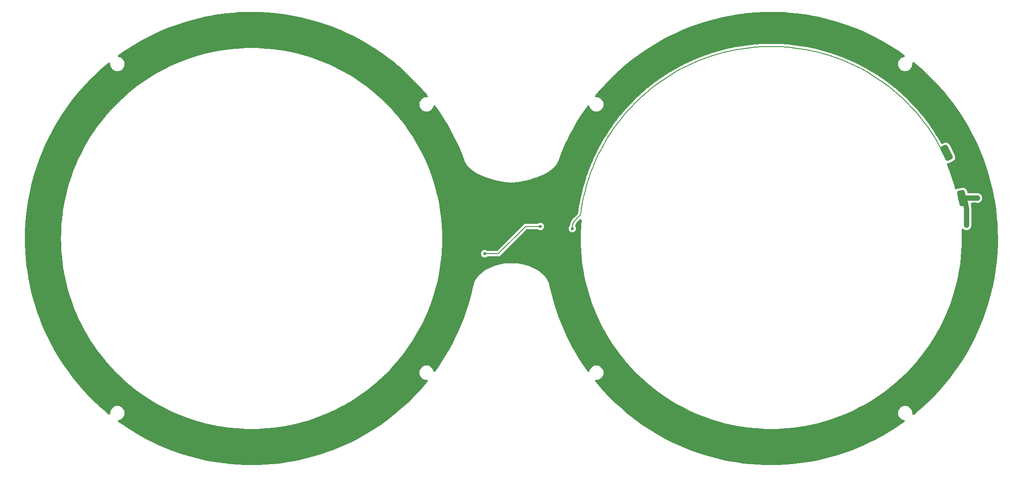
<source format=gbl>
G04 #@! TF.GenerationSoftware,KiCad,Pcbnew,8.0.4*
G04 #@! TF.CreationDate,2025-02-17T12:03:11+11:00*
G04 #@! TF.ProjectId,LGS_FrontPCB,4c47535f-4672-46f6-9e74-5043422e6b69,rev?*
G04 #@! TF.SameCoordinates,Original*
G04 #@! TF.FileFunction,Copper,L2,Bot*
G04 #@! TF.FilePolarity,Positive*
%FSLAX46Y46*%
G04 Gerber Fmt 4.6, Leading zero omitted, Abs format (unit mm)*
G04 Created by KiCad (PCBNEW 8.0.4) date 2025-02-17 12:03:11*
%MOMM*%
%LPD*%
G01*
G04 APERTURE LIST*
G04 Aperture macros list*
%AMRoundRect*
0 Rectangle with rounded corners*
0 $1 Rounding radius*
0 $2 $3 $4 $5 $6 $7 $8 $9 X,Y pos of 4 corners*
0 Add a 4 corners polygon primitive as box body*
4,1,4,$2,$3,$4,$5,$6,$7,$8,$9,$2,$3,0*
0 Add four circle primitives for the rounded corners*
1,1,$1+$1,$2,$3*
1,1,$1+$1,$4,$5*
1,1,$1+$1,$6,$7*
1,1,$1+$1,$8,$9*
0 Add four rect primitives between the rounded corners*
20,1,$1+$1,$2,$3,$4,$5,0*
20,1,$1+$1,$4,$5,$6,$7,0*
20,1,$1+$1,$6,$7,$8,$9,0*
20,1,$1+$1,$8,$9,$2,$3,0*%
G04 Aperture macros list end*
G04 #@! TA.AperFunction,SMDPad,CuDef*
%ADD10RoundRect,0.375000X-0.132905X-1.178383X0.600706X-1.022449X0.132905X1.178383X-0.600706X1.022449X0*%
G04 #@! TD*
G04 #@! TA.AperFunction,SMDPad,CuDef*
%ADD11RoundRect,0.375000X0.156120X-1.175532X0.830215X-0.846754X-0.156120X1.175532X-0.830215X0.846754X0*%
G04 #@! TD*
G04 #@! TA.AperFunction,SMDPad,CuDef*
%ADD12RoundRect,0.375000X0.011695X-1.185796X0.720834X-0.941620X-0.011695X1.185796X-0.720834X0.941620X0*%
G04 #@! TD*
G04 #@! TA.AperFunction,ViaPad*
%ADD13C,0.600000*%
G04 #@! TD*
G04 #@! TA.AperFunction,ViaPad*
%ADD14C,1.000000*%
G04 #@! TD*
G04 #@! TA.AperFunction,Conductor*
%ADD15C,0.200000*%
G04 #@! TD*
G04 #@! TA.AperFunction,Conductor*
%ADD16C,1.000000*%
G04 #@! TD*
G04 APERTURE END LIST*
D10*
X36387000Y7734000D03*
D11*
X33435000Y16307000D03*
D12*
X35173000Y12111000D03*
D13*
X33435000Y16307000D03*
X35173000Y12111000D03*
X36387000Y7734000D03*
X-54600000Y-2897749D03*
D14*
X37200000Y2500000D03*
X39300000Y7700000D03*
D13*
X-131550784Y-23893310D03*
X-75166054Y-32519600D03*
X-73789853Y31437859D03*
X-130437860Y25310146D03*
X-128149449Y-27874997D03*
X-139298226Y924999D03*
X-139138861Y-4343817D03*
X-98113224Y40361212D03*
X-126898231Y29176192D03*
X-138829398Y6165611D03*
X-135858815Y16289498D03*
X-60298226Y-11275001D03*
X-82698226Y36924999D03*
X-61392518Y14588331D03*
X-58881102Y4361679D03*
X-69798226Y27924999D03*
X-134422087Y-19406098D03*
X-94629400Y-40015630D03*
X-103317822Y40058945D03*
X-63648769Y19411773D03*
X-59798226Y9524999D03*
X-79611515Y-35324488D03*
X-137723829Y11369334D03*
X-87698226Y38724999D03*
X-133474384Y20982368D03*
X-84417861Y-37522330D03*
X-105138857Y-39806178D03*
X-89397071Y-39215862D03*
X-99934441Y-40311215D03*
X-58698226Y-875001D03*
X-118384983Y35374447D03*
X-110340861Y-38651158D03*
X-59198226Y-6175001D03*
X-138142580Y-9549391D03*
X-136545547Y-14555396D03*
X-92798226Y39924999D03*
X-64584953Y-20924492D03*
X-62078607Y-16222336D03*
X-119955591Y-34451158D03*
X-115245542Y-36794600D03*
X-78048771Y34538251D03*
X-108572636Y39169334D03*
X-113625940Y37652716D03*
X-71099999Y-29150003D03*
X-39831172Y6140612D03*
X-38725603Y11344335D03*
X-36860589Y16264499D03*
X-34476158Y20957369D03*
X-27900005Y29151193D03*
X-23893323Y32550756D03*
X-19386757Y35349448D03*
X-14627714Y37627717D03*
X-9574410Y39144335D03*
X-4319596Y40033946D03*
X885002Y40336213D03*
X6200000Y39900000D03*
X11300000Y38700000D03*
X16300000Y36900000D03*
X20949455Y34513252D03*
X29200000Y27900000D03*
X32500000Y23800000D03*
X35349457Y19386774D03*
X37605708Y14563332D03*
X39200000Y9500000D03*
X40117124Y4336680D03*
X40300000Y-900000D03*
X39800000Y-6200000D03*
X38700000Y-11300000D03*
X36919619Y-16247335D03*
X34413273Y-20949491D03*
X31400000Y-25200000D03*
X27898227Y-29175002D03*
X19386711Y-35349487D03*
X14580365Y-37547329D03*
X9601155Y-39240861D03*
X4368826Y-40040629D03*
X-936215Y-40336214D03*
X-6140631Y-39831177D03*
X-11342635Y-38676157D03*
X-16247316Y-36819599D03*
X-20957365Y-34476157D03*
X-25250779Y-31406683D03*
X-29151223Y-27899996D03*
X-35423861Y-19431097D03*
X-37547321Y-14580395D03*
X-39144354Y-9574390D03*
X-40140635Y-4368816D03*
X-40300000Y900000D03*
X-37900000Y1900000D03*
X-44000000Y2302449D03*
D15*
X-46797551Y2302449D02*
X-51997749Y-2897749D01*
X-44000000Y2302449D02*
X-46797551Y2302449D01*
X-51997749Y-2897749D02*
X-54600000Y-2897749D01*
D16*
X37200000Y5771245D02*
X37200000Y2500000D01*
X36387000Y7734000D02*
G75*
G02*
X37200018Y5771245I-1962800J-1962800D01*
G01*
X39217917Y7734000D02*
G75*
G02*
X39299995Y7699995I-17J-116100D01*
G01*
X36387000Y7734000D02*
X39217917Y7734000D01*
D15*
X-33936877Y13726056D02*
X-33459270Y14852391D01*
X-14852391Y33459270D02*
X-13726056Y33936877D01*
X13726056Y33936877D02*
X14852391Y33459270D01*
X22204336Y29104702D02*
X23164452Y28346506D01*
X23164452Y28346506D02*
X24098718Y27556633D01*
X-29830418Y21219386D02*
X-29104702Y22204336D01*
X-37900000Y1900000D02*
X-37897527Y2058074D01*
X32770025Y16307000D02*
X33435000Y16307000D01*
X-37897527Y2058074D02*
X-37895267Y2196270D01*
X5484891Y36194367D02*
X6691248Y35990880D01*
X-37895267Y2196270D02*
X-37859191Y2470296D01*
X-37859191Y2470296D02*
X-37787656Y2737270D01*
X-37787656Y2737270D02*
X-37681885Y2992622D01*
X-33459270Y14852391D02*
X-32944297Y15962128D01*
X-10260180Y35140361D02*
X-9080240Y35463579D01*
X25006055Y26735996D02*
X25885480Y25885480D01*
X-37681885Y2992622D02*
X-37543690Y3231984D01*
X-37543690Y3231984D02*
X-37375434Y3451260D01*
X-31804578Y18126917D02*
X-31181106Y19179542D01*
X-611703Y36602487D02*
X611703Y36602487D01*
X-37375434Y3451260D02*
X-37279312Y3550577D01*
X-4272378Y36357435D02*
X-3055129Y36479891D01*
X-37279312Y3550577D02*
X-36326346Y4503543D01*
X-36326346Y4503543D02*
X-36194367Y5484891D01*
X-36194367Y5484891D02*
X-35990880Y6691248D01*
X-35990880Y6691248D02*
X-35747194Y7890143D01*
X-35747194Y7890143D02*
X-35463579Y9080240D01*
X-35463579Y9080240D02*
X-35140361Y10260180D01*
X12584376Y34376586D02*
X13726056Y33936877D01*
X14852391Y33459270D02*
X15962128Y32944297D01*
X-35140361Y10260180D02*
X-34777893Y11428669D01*
X-34777893Y11428669D02*
X-34376586Y12584376D01*
X17054058Y32392520D02*
X18126917Y31804578D01*
X-34376586Y12584376D02*
X-33936877Y13726056D01*
X-9080240Y35463579D02*
X-7890143Y35747194D01*
X-32944297Y15962128D02*
X-32392520Y17054058D01*
X-28346506Y23164452D02*
X-27556633Y24098718D01*
X11428669Y34777893D02*
X12584376Y34376586D01*
X-32392520Y17054058D02*
X-31804578Y18126917D01*
X-31181106Y19179542D02*
X-30522802Y20210760D01*
X-18126917Y31804578D02*
X-17054058Y32392520D01*
X-5484891Y36194367D02*
X-4272378Y36357435D01*
X-30522802Y20210760D02*
X-29830418Y21219386D01*
X-13726056Y33936877D02*
X-12584376Y34376586D01*
X-29104702Y22204336D02*
X-28346506Y23164452D01*
X-25885480Y25885480D02*
X-25006055Y26735996D01*
X-27556633Y24098718D02*
X-26735996Y25006055D01*
X-11428669Y34777893D02*
X-10260180Y35140361D01*
X-3055129Y36479891D02*
X-1834441Y36561606D01*
X30522802Y20210760D02*
X31181106Y19179542D01*
X-26735996Y25006055D02*
X-25885480Y25885480D01*
X-6691248Y35990880D02*
X-5484891Y36194367D01*
X-25006055Y26735996D02*
X-24098718Y27556633D01*
X-24098718Y27556633D02*
X-23164452Y28346506D01*
X-23164452Y28346506D02*
X-22204336Y29104702D01*
X-22204336Y29104702D02*
X-21219386Y29830418D01*
X-21219386Y29830418D02*
X-20210760Y30522802D01*
X-20210760Y30522802D02*
X-19179542Y31181106D01*
X-19179542Y31181106D02*
X-18126917Y31804578D01*
X27556633Y24098718D02*
X28346506Y23164452D01*
X-17054058Y32392520D02*
X-15962128Y32944297D01*
X-15962128Y32944297D02*
X-14852391Y33459270D01*
X-12584376Y34376586D02*
X-11428669Y34777893D01*
X-7890143Y35747194D02*
X-6691248Y35990880D01*
X-1834441Y36561606D02*
X-611703Y36602487D01*
X611703Y36602487D02*
X1834441Y36561606D01*
X1834441Y36561606D02*
X3055129Y36479891D01*
X3055129Y36479891D02*
X4272378Y36357435D01*
X4272378Y36357435D02*
X5484891Y36194367D01*
X6691248Y35990880D02*
X7890143Y35747194D01*
X31181106Y19179542D02*
X31804578Y18126917D01*
X7890143Y35747194D02*
X9080240Y35463579D01*
X9080240Y35463579D02*
X10260180Y35140361D01*
X10260180Y35140361D02*
X11428669Y34777893D01*
X18126917Y31804578D02*
X19179542Y31181106D01*
X15962128Y32944297D02*
X17054058Y32392520D01*
X19179542Y31181106D02*
X20210760Y30522802D01*
X25885480Y25885480D02*
X26735996Y25006055D01*
X20210760Y30522802D02*
X21219386Y29830418D01*
X21219386Y29830418D02*
X22204336Y29104702D01*
X24098718Y27556633D02*
X25006055Y26735996D01*
X26735996Y25006055D02*
X27556633Y24098718D01*
X28346506Y23164452D02*
X29104702Y22204336D01*
X29104702Y22204336D02*
X29830418Y21219386D01*
X29830418Y21219386D02*
X30522802Y20210760D01*
X31804578Y18126917D02*
X32392520Y17054058D01*
X32392520Y17054058D02*
X32770025Y16307000D01*
G04 #@! TA.AperFunction,Conductor*
G36*
X977386Y43188395D02*
G01*
X983410Y43188259D01*
X2284462Y43139009D01*
X2290479Y43138690D01*
X3589455Y43050071D01*
X3595459Y43049569D01*
X4891072Y42921675D01*
X4897058Y42920993D01*
X6188285Y42753924D01*
X6194249Y42753060D01*
X7479765Y42546985D01*
X7485699Y42545942D01*
X8764445Y42301032D01*
X8770345Y42299809D01*
X10041063Y42016305D01*
X10046923Y42014904D01*
X11308484Y41693058D01*
X11314299Y41691480D01*
X12565518Y41331593D01*
X12571283Y41329840D01*
X13811037Y40932237D01*
X13816745Y40930311D01*
X15043924Y40495348D01*
X15049572Y40493249D01*
X16262998Y40021341D01*
X16268580Y40019072D01*
X17467133Y39510657D01*
X17472644Y39508221D01*
X18655332Y38963719D01*
X18660766Y38961116D01*
X19826343Y38381101D01*
X19831696Y38378336D01*
X20979246Y37763263D01*
X20984513Y37760336D01*
X22112886Y37110822D01*
X22118062Y37107737D01*
X23226229Y36424374D01*
X23231309Y36421135D01*
X24318317Y35704513D01*
X24323297Y35701121D01*
X25381096Y34956855D01*
X25440371Y34891052D01*
X25465225Y34806048D01*
X25450736Y34718678D01*
X25399774Y34646247D01*
X25322431Y34603100D01*
X25297714Y34597553D01*
X25270238Y34593201D01*
X25194757Y34581246D01*
X24992588Y34515557D01*
X24992584Y34515555D01*
X24992581Y34515554D01*
X24894589Y34465624D01*
X24803184Y34419051D01*
X24685688Y34333685D01*
X24631210Y34294106D01*
X24480893Y34143789D01*
X24421523Y34062071D01*
X24355949Y33971816D01*
X24355947Y33971812D01*
X24259445Y33782418D01*
X24259441Y33782407D01*
X24193756Y33580251D01*
X24193752Y33580234D01*
X24184713Y33523163D01*
X24160544Y33370561D01*
X24160500Y33370286D01*
X24160500Y33157713D01*
X24193752Y32947765D01*
X24193756Y32947748D01*
X24259441Y32745592D01*
X24259445Y32745581D01*
X24355947Y32556187D01*
X24480893Y32384210D01*
X24631210Y32233893D01*
X24803187Y32108947D01*
X24992581Y32012445D01*
X24992592Y32012441D01*
X25194748Y31946756D01*
X25194765Y31946752D01*
X25404713Y31913500D01*
X25617287Y31913500D01*
X25827234Y31946752D01*
X25827241Y31946753D01*
X25827243Y31946754D01*
X25827244Y31946754D01*
X25827251Y31946756D01*
X26029407Y32012441D01*
X26029418Y32012445D01*
X26218812Y32108947D01*
X26218816Y32108949D01*
X26309071Y32174523D01*
X26390789Y32233893D01*
X26541106Y32384210D01*
X26580685Y32438688D01*
X26666051Y32556184D01*
X26712624Y32647589D01*
X26762554Y32745581D01*
X26762558Y32745592D01*
X26763084Y32747209D01*
X26828246Y32947757D01*
X26861500Y33157713D01*
X26861500Y33370287D01*
X26859020Y33385944D01*
X26864975Y33474306D01*
X26908681Y33551334D01*
X26981479Y33601771D01*
X27068951Y33615628D01*
X27153774Y33590159D01*
X27179721Y33572601D01*
X27456905Y33351329D01*
X27461556Y33347499D01*
X28453991Y32504818D01*
X28458525Y32500849D01*
X29425016Y31628488D01*
X29429427Y31624383D01*
X30369078Y30723148D01*
X30373363Y30718913D01*
X31285267Y29789678D01*
X31289421Y29785314D01*
X32172792Y28828880D01*
X32176813Y28824392D01*
X33030816Y27841660D01*
X33034699Y27837053D01*
X33858583Y26828888D01*
X33862324Y26824165D01*
X34655278Y25791559D01*
X34658875Y25786725D01*
X35420209Y24730581D01*
X35423658Y24725641D01*
X36152682Y23646911D01*
X36155980Y23641868D01*
X36851998Y22541585D01*
X36855142Y22536445D01*
X37517553Y21415556D01*
X37520539Y21410323D01*
X38148687Y20269940D01*
X38151514Y20264619D01*
X38744854Y19105734D01*
X38747519Y19100330D01*
X39305528Y17923959D01*
X39308027Y17918476D01*
X39830128Y16725838D01*
X39832461Y16720283D01*
X40318247Y15512309D01*
X40320410Y15506685D01*
X40769386Y14284606D01*
X40771378Y14278920D01*
X41183159Y13043781D01*
X41184978Y13038036D01*
X41559172Y11791012D01*
X41560816Y11785216D01*
X41897088Y10527431D01*
X41898556Y10521587D01*
X42196597Y9254189D01*
X42197887Y9248304D01*
X42457416Y7972493D01*
X42458528Y7966571D01*
X42679323Y6683429D01*
X42680254Y6677476D01*
X42862089Y5388332D01*
X42862841Y5382354D01*
X43005576Y4088182D01*
X43006145Y4082184D01*
X43109629Y2784373D01*
X43110017Y2778360D01*
X43174164Y1477986D01*
X43174370Y1471964D01*
X43199118Y170218D01*
X43199141Y164193D01*
X43184471Y-1137669D01*
X43184312Y-1143693D01*
X43130234Y-2444523D01*
X43129893Y-2450538D01*
X43036459Y-3749142D01*
X43035936Y-3755145D01*
X42903227Y-5050343D01*
X42902522Y-5056327D01*
X42730665Y-6346900D01*
X42729779Y-6352860D01*
X42518929Y-7637636D01*
X42517863Y-7643566D01*
X42268221Y-8921336D01*
X42266977Y-8927231D01*
X41978752Y-10196921D01*
X41977329Y-10202776D01*
X41650810Y-11463111D01*
X41649211Y-11468920D01*
X41284671Y-12718834D01*
X41282896Y-12724592D01*
X40880709Y-13962822D01*
X40878762Y-13968524D01*
X40439240Y-15194101D01*
X40437120Y-15199741D01*
X39960724Y-16411377D01*
X39958435Y-16416951D01*
X39445553Y-17613663D01*
X39443096Y-17619164D01*
X38894229Y-18799782D01*
X38891606Y-18805207D01*
X38307249Y-19968663D01*
X38304464Y-19974005D01*
X37685158Y-21119227D01*
X37682211Y-21124484D01*
X37028519Y-22250429D01*
X37025416Y-22255593D01*
X36337916Y-23361266D01*
X36334657Y-23366334D01*
X35614011Y-24450666D01*
X35610600Y-24455633D01*
X34857476Y-25517624D01*
X34853917Y-25522486D01*
X34068949Y-26561241D01*
X34065244Y-26565992D01*
X33249215Y-27580472D01*
X33245368Y-27585109D01*
X32398996Y-28574427D01*
X32395010Y-28578946D01*
X31519068Y-29542193D01*
X31514947Y-29546589D01*
X30610249Y-30482871D01*
X30605997Y-30487140D01*
X29673368Y-31395605D01*
X29668989Y-31399743D01*
X28709297Y-32279545D01*
X28704795Y-32283549D01*
X27718885Y-33133914D01*
X27714263Y-33137780D01*
X27181156Y-33570151D01*
X27101682Y-33609233D01*
X27013122Y-33609963D01*
X26933015Y-33572195D01*
X26877229Y-33503411D01*
X26856811Y-33417233D01*
X26859255Y-33384459D01*
X26861500Y-33370286D01*
X26861500Y-33157713D01*
X26828247Y-32947765D01*
X26828246Y-32947757D01*
X26762557Y-32745588D01*
X26762555Y-32745584D01*
X26762554Y-32745581D01*
X26712624Y-32647589D01*
X26666051Y-32556184D01*
X26580685Y-32438688D01*
X26541106Y-32384210D01*
X26390789Y-32233893D01*
X26309071Y-32174523D01*
X26218816Y-32108949D01*
X26212223Y-32105590D01*
X26029418Y-32012445D01*
X26029407Y-32012441D01*
X25827251Y-31946756D01*
X25827234Y-31946752D01*
X25617287Y-31913500D01*
X25404713Y-31913500D01*
X25194765Y-31946752D01*
X25194748Y-31946756D01*
X24992592Y-32012441D01*
X24992581Y-32012445D01*
X24803187Y-32108947D01*
X24631210Y-32233893D01*
X24480893Y-32384210D01*
X24355947Y-32556187D01*
X24259445Y-32745581D01*
X24259441Y-32745592D01*
X24193756Y-32947748D01*
X24193752Y-32947765D01*
X24160500Y-33157713D01*
X24160500Y-33370286D01*
X24193752Y-33580234D01*
X24193756Y-33580251D01*
X24259441Y-33782407D01*
X24259445Y-33782418D01*
X24329791Y-33920478D01*
X24355949Y-33971816D01*
X24379399Y-34004092D01*
X24480893Y-34143789D01*
X24631210Y-34294106D01*
X24662932Y-34317153D01*
X24803184Y-34419051D01*
X24894589Y-34465624D01*
X24992581Y-34515554D01*
X24992584Y-34515555D01*
X24992588Y-34515557D01*
X25194757Y-34581246D01*
X25292530Y-34596731D01*
X25374725Y-34629702D01*
X25434477Y-34695072D01*
X25459948Y-34779893D01*
X25446094Y-34867366D01*
X25395659Y-34940166D01*
X25377167Y-34955141D01*
X24598972Y-35511736D01*
X24594019Y-35515167D01*
X23512585Y-36240187D01*
X23507530Y-36243466D01*
X22404647Y-36935411D01*
X22399495Y-36938535D01*
X21276194Y-37596760D01*
X21270950Y-37599727D01*
X20128258Y-38223632D01*
X20122927Y-38226440D01*
X18961796Y-38815501D01*
X18956382Y-38818145D01*
X17777988Y-39371766D01*
X17772496Y-39374245D01*
X16577901Y-39891929D01*
X16572337Y-39894241D01*
X15362579Y-40375537D01*
X15356947Y-40377679D01*
X14133220Y-40822112D01*
X14127527Y-40824083D01*
X12890879Y-41231275D01*
X12885128Y-41233073D01*
X11636684Y-41602649D01*
X11630881Y-41604271D01*
X10371904Y-41935860D01*
X10366055Y-41937307D01*
X9097530Y-42230650D01*
X9091640Y-42231918D01*
X7814881Y-42486709D01*
X7808955Y-42487799D01*
X6525007Y-42703830D01*
X6519051Y-42704739D01*
X5229204Y-42881794D01*
X5223222Y-42882523D01*
X3928606Y-43020447D01*
X3922606Y-43020995D01*
X2624353Y-43119667D01*
X2618339Y-43120032D01*
X1317770Y-43179350D01*
X1311747Y-43179534D01*
X9919Y-43199452D01*
X3894Y-43199453D01*
X-1297940Y-43179951D01*
X-1303962Y-43179769D01*
X-2604547Y-43120867D01*
X-2610562Y-43120504D01*
X-3908849Y-43022247D01*
X-3914849Y-43021701D01*
X-5209509Y-42884191D01*
X-5215491Y-42883464D01*
X-6505428Y-42706817D01*
X-6511384Y-42705909D01*
X-7795369Y-42490293D01*
X-7801295Y-42489205D01*
X-9078129Y-42234824D01*
X-9084020Y-42233558D01*
X-10352608Y-41940629D01*
X-10358458Y-41939185D01*
X-11617610Y-41607980D01*
X-11623413Y-41606359D01*
X-12871944Y-41237191D01*
X-12877695Y-41235395D01*
X-14114455Y-40828605D01*
X-14120150Y-40826636D01*
X-15344068Y-40382576D01*
X-15349700Y-40380435D01*
X-16559571Y-39899542D01*
X-16565136Y-39897232D01*
X-17759910Y-39379924D01*
X-17765402Y-39377447D01*
X-18943987Y-38824196D01*
X-18949402Y-38821553D01*
X-20110670Y-38232888D01*
X-20116002Y-38230083D01*
X-21258919Y-37606531D01*
X-21264165Y-37603565D01*
X-22387700Y-36945685D01*
X-22392852Y-36942563D01*
X-23495956Y-36250971D01*
X-23501012Y-36247693D01*
X-24582640Y-35523044D01*
X-24587595Y-35519615D01*
X-25646814Y-34762533D01*
X-25651662Y-34758956D01*
X-26687481Y-33970152D01*
X-26692219Y-33966429D01*
X-27703661Y-33146644D01*
X-27708284Y-33142780D01*
X-28694486Y-32292713D01*
X-28698989Y-32288710D01*
X-29658944Y-31409231D01*
X-29663325Y-31405094D01*
X-30596244Y-30496928D01*
X-30600497Y-30492661D01*
X-31505511Y-29556651D01*
X-31509633Y-29552256D01*
X-32385851Y-28589323D01*
X-32389838Y-28584806D01*
X-33236557Y-27595725D01*
X-33240406Y-27591089D01*
X-33521167Y-27242278D01*
X-33559954Y-27162660D01*
X-33560355Y-27074097D01*
X-33522291Y-26994131D01*
X-33453300Y-26938600D01*
X-33367047Y-26918502D01*
X-33366146Y-26918500D01*
X-33214713Y-26918500D01*
X-33004757Y-26885246D01*
X-32802588Y-26819557D01*
X-32802584Y-26819555D01*
X-32802581Y-26819554D01*
X-32704589Y-26769624D01*
X-32613184Y-26723051D01*
X-32495688Y-26637685D01*
X-32441210Y-26598106D01*
X-32290893Y-26447789D01*
X-32231523Y-26366071D01*
X-32165949Y-26275816D01*
X-32162590Y-26269223D01*
X-32069445Y-26086418D01*
X-32069441Y-26086407D01*
X-32003756Y-25884251D01*
X-32003752Y-25884234D01*
X-31970500Y-25674286D01*
X-31970500Y-25461713D01*
X-32003752Y-25251765D01*
X-32003756Y-25251748D01*
X-32069441Y-25049592D01*
X-32069445Y-25049581D01*
X-32165947Y-24860187D01*
X-32290893Y-24688210D01*
X-32441210Y-24537893D01*
X-32613187Y-24412947D01*
X-32802581Y-24316445D01*
X-32802592Y-24316441D01*
X-33004748Y-24250756D01*
X-33004765Y-24250752D01*
X-33214713Y-24217500D01*
X-33427287Y-24217500D01*
X-33637234Y-24250752D01*
X-33637251Y-24250756D01*
X-33839407Y-24316441D01*
X-33839418Y-24316445D01*
X-34022223Y-24409590D01*
X-34028816Y-24412949D01*
X-34103214Y-24467002D01*
X-34200789Y-24537893D01*
X-34351106Y-24688210D01*
X-34356299Y-24695358D01*
X-34476051Y-24860184D01*
X-34522624Y-24951589D01*
X-34572554Y-25049581D01*
X-34572558Y-25049592D01*
X-34638245Y-25251753D01*
X-34639027Y-25255011D01*
X-34639830Y-25256632D01*
X-34640662Y-25259192D01*
X-34641037Y-25259069D01*
X-34678342Y-25334369D01*
X-34748197Y-25388810D01*
X-34834755Y-25407551D01*
X-34920872Y-25386879D01*
X-34989492Y-25330890D01*
X-34994819Y-25323730D01*
X-35602789Y-24467002D01*
X-35606201Y-24462036D01*
X-36327194Y-23377934D01*
X-36330454Y-23372867D01*
X-37018286Y-22267448D01*
X-37021391Y-22262285D01*
X-37675455Y-21136529D01*
X-37678403Y-21131274D01*
X-38298084Y-19986235D01*
X-38300849Y-19980935D01*
X-38885587Y-18817649D01*
X-38888211Y-18812225D01*
X-39437463Y-17631771D01*
X-39439922Y-17626270D01*
X-39953180Y-16429735D01*
X-39955471Y-16424162D01*
X-40432266Y-15212648D01*
X-40434387Y-15207009D01*
X-40874280Y-13981631D01*
X-40876230Y-13975930D01*
X-41278836Y-12737759D01*
X-41280612Y-12732001D01*
X-41645538Y-11482243D01*
X-41647139Y-11476435D01*
X-41974065Y-10216198D01*
X-41975490Y-10210343D01*
X-42254361Y-8983673D01*
X-42257598Y-8965624D01*
X-42258297Y-8960331D01*
X-42265068Y-8935094D01*
X-42267558Y-8924709D01*
X-42274632Y-8891260D01*
X-42278315Y-8881636D01*
X-42284654Y-8862100D01*
X-42403250Y-8420111D01*
X-42406691Y-8404941D01*
X-42410351Y-8385267D01*
X-42414029Y-8373973D01*
X-42418562Y-8363041D01*
X-42428585Y-8345695D01*
X-42435833Y-8331936D01*
X-42494307Y-8209559D01*
X-42500692Y-8194664D01*
X-42504746Y-8184031D01*
X-42517682Y-8160075D01*
X-42522131Y-8151327D01*
X-42533875Y-8126750D01*
X-42540083Y-8117205D01*
X-42548357Y-8103272D01*
X-42598472Y-8010469D01*
X-42605700Y-7995647D01*
X-42609896Y-7986051D01*
X-42624163Y-7962416D01*
X-42628891Y-7954140D01*
X-42641990Y-7929883D01*
X-42648113Y-7921416D01*
X-42657216Y-7907659D01*
X-42713320Y-7814717D01*
X-42721382Y-7799992D01*
X-42725597Y-7791455D01*
X-42741154Y-7768196D01*
X-42746102Y-7760413D01*
X-42760558Y-7736466D01*
X-42766505Y-7729021D01*
X-42776417Y-7715476D01*
X-42840216Y-7620094D01*
X-42847997Y-7605581D01*
X-42848402Y-7605816D01*
X-42854947Y-7594528D01*
X-42868918Y-7576387D01*
X-42876655Y-7565615D01*
X-42889371Y-7546606D01*
X-42897978Y-7536801D01*
X-42897625Y-7536491D01*
X-42908895Y-7524483D01*
X-43218362Y-7122693D01*
X-43232753Y-7101265D01*
X-43236317Y-7095133D01*
X-43236321Y-7095126D01*
X-43240982Y-7090493D01*
X-43258312Y-7070825D01*
X-43262315Y-7065628D01*
X-43262321Y-7065622D01*
X-43267960Y-7061311D01*
X-43287399Y-7044342D01*
X-43311065Y-7020812D01*
X-43323107Y-7007509D01*
X-43348098Y-6983901D01*
X-43351728Y-6980383D01*
X-43375276Y-6956973D01*
X-43375276Y-6956972D01*
X-43376137Y-6956117D01*
X-43389806Y-6944503D01*
X-43465921Y-6872603D01*
X-43479560Y-6858376D01*
X-43480386Y-6857423D01*
X-43504065Y-6836435D01*
X-43508711Y-6832183D01*
X-43531737Y-6810432D01*
X-43532763Y-6809691D01*
X-43548142Y-6797364D01*
X-43548143Y-6797363D01*
X-43628689Y-6725966D01*
X-43642900Y-6712041D01*
X-43643425Y-6711471D01*
X-43667904Y-6691081D01*
X-43672535Y-6687102D01*
X-43696426Y-6665925D01*
X-43697071Y-6665490D01*
X-43712981Y-6653532D01*
X-43797954Y-6582752D01*
X-43812714Y-6569139D01*
X-43812937Y-6568911D01*
X-43838218Y-6549098D01*
X-43842821Y-6545379D01*
X-43867507Y-6524817D01*
X-43867773Y-6524650D01*
X-43884192Y-6513071D01*
X-43972840Y-6443601D01*
X-43985506Y-6432790D01*
X-43992810Y-6426006D01*
X-44015458Y-6409921D01*
X-44022963Y-6404321D01*
X-44044859Y-6387163D01*
X-44053443Y-6382089D01*
X-44067403Y-6373028D01*
X-44538941Y-6038132D01*
X-44559064Y-6021126D01*
X-44562677Y-6018352D01*
X-44576686Y-6010257D01*
X-44592335Y-6000210D01*
X-44605520Y-5990846D01*
X-44609539Y-5988719D01*
X-44633378Y-5977499D01*
X-44664511Y-5959510D01*
X-44674268Y-5954782D01*
X-44788002Y-5891274D01*
X-44802043Y-5882412D01*
X-44833577Y-5865762D01*
X-44837671Y-5863539D01*
X-44868814Y-5846149D01*
X-44883888Y-5839197D01*
X-44971615Y-5792877D01*
X-44984654Y-5785051D01*
X-45017734Y-5768476D01*
X-45021494Y-5766541D01*
X-45054212Y-5749266D01*
X-45068165Y-5743206D01*
X-45158330Y-5698028D01*
X-45171365Y-5690575D01*
X-45204954Y-5674618D01*
X-45208696Y-5672792D01*
X-45241976Y-5656118D01*
X-45255858Y-5650435D01*
X-45348457Y-5606444D01*
X-45361480Y-5599355D01*
X-45395570Y-5584016D01*
X-45399298Y-5582293D01*
X-45433071Y-5566249D01*
X-45446891Y-5560926D01*
X-45541882Y-5518186D01*
X-45558496Y-5509754D01*
X-45562122Y-5507694D01*
X-45590194Y-5496298D01*
X-45596981Y-5493394D01*
X-45624593Y-5480971D01*
X-45628591Y-5479770D01*
X-45646162Y-5473579D01*
X-45927664Y-5359305D01*
X-46247387Y-5229514D01*
X-46263756Y-5221087D01*
X-46274545Y-5216081D01*
X-46292741Y-5210381D01*
X-46308094Y-5204870D01*
X-46325745Y-5197705D01*
X-46338370Y-5194418D01*
X-46338362Y-5194387D01*
X-46350351Y-5191867D01*
X-46381680Y-5182505D01*
X-46384170Y-5181742D01*
X-46388684Y-5180329D01*
X-46424604Y-5169077D01*
X-46434107Y-5166837D01*
X-46543231Y-5134225D01*
X-46556498Y-5129441D01*
X-46593183Y-5119257D01*
X-46596920Y-5118180D01*
X-46633425Y-5107271D01*
X-46647207Y-5104260D01*
X-46758138Y-5073465D01*
X-46771435Y-5068963D01*
X-46774791Y-5068101D01*
X-46774792Y-5068101D01*
X-46808470Y-5059454D01*
X-46812188Y-5058461D01*
X-46848914Y-5048265D01*
X-46862669Y-5045540D01*
X-46975053Y-5016688D01*
X-46988367Y-5012468D01*
X-47025559Y-5003685D01*
X-47029296Y-5002764D01*
X-47066322Y-4993259D01*
X-47080080Y-4990811D01*
X-47193828Y-4963949D01*
X-47207164Y-4960004D01*
X-47244541Y-4951936D01*
X-47248280Y-4951091D01*
X-47285576Y-4942284D01*
X-47299319Y-4940112D01*
X-47414513Y-4915247D01*
X-47432985Y-4910320D01*
X-47435667Y-4909464D01*
X-47454379Y-4906098D01*
X-47466129Y-4903985D01*
X-47472871Y-4902652D01*
X-47503075Y-4896132D01*
X-47505863Y-4895904D01*
X-47524831Y-4893427D01*
X-48189685Y-4773853D01*
X-48206120Y-4769309D01*
X-48206139Y-4769386D01*
X-48218827Y-4766406D01*
X-48238755Y-4764411D01*
X-48254142Y-4762261D01*
X-48273872Y-4758713D01*
X-48286902Y-4758100D01*
X-48286894Y-4757949D01*
X-48299182Y-4757928D01*
X-48331828Y-4755077D01*
X-48334330Y-4754843D01*
X-48376866Y-4750586D01*
X-48386310Y-4750321D01*
X-48503239Y-4740113D01*
X-48516796Y-4738160D01*
X-48555179Y-4735542D01*
X-48558937Y-4735250D01*
X-48597304Y-4731900D01*
X-48611000Y-4731734D01*
X-48728551Y-4723714D01*
X-48742111Y-4722022D01*
X-48780585Y-4720127D01*
X-48784327Y-4719907D01*
X-48822765Y-4717286D01*
X-48836427Y-4717378D01*
X-48954201Y-4711579D01*
X-48967772Y-4710147D01*
X-49006328Y-4708977D01*
X-49010071Y-4708828D01*
X-49048534Y-4706935D01*
X-49062171Y-4707285D01*
X-49180100Y-4703709D01*
X-49193679Y-4702535D01*
X-49232225Y-4702093D01*
X-49235964Y-4702015D01*
X-49274520Y-4700847D01*
X-49288122Y-4701454D01*
X-49405741Y-4700108D01*
X-49414296Y-4699500D01*
X-49421212Y-4699500D01*
X-49457902Y-4699500D01*
X-49460173Y-4699487D01*
X-49462965Y-4699455D01*
X-49493001Y-4699111D01*
X-49495085Y-4698974D01*
X-49497741Y-4699005D01*
X-49502259Y-4699005D01*
X-49504914Y-4698974D01*
X-49506998Y-4699111D01*
X-49536981Y-4699454D01*
X-49539826Y-4699487D01*
X-49542098Y-4699500D01*
X-49585743Y-4699500D01*
X-49594292Y-4700109D01*
X-49711876Y-4701454D01*
X-49725489Y-4700848D01*
X-49764032Y-4702015D01*
X-49767772Y-4702093D01*
X-49806324Y-4702535D01*
X-49819901Y-4703709D01*
X-49937828Y-4707285D01*
X-49951472Y-4706935D01*
X-49989925Y-4708828D01*
X-49993669Y-4708977D01*
X-50032233Y-4710147D01*
X-50045799Y-4711579D01*
X-50163570Y-4717378D01*
X-50177233Y-4717287D01*
X-50180901Y-4717537D01*
X-50180902Y-4717537D01*
X-50215670Y-4719908D01*
X-50219402Y-4720127D01*
X-50254211Y-4721842D01*
X-50257901Y-4722024D01*
X-50271445Y-4723714D01*
X-50388997Y-4731734D01*
X-50402701Y-4731901D01*
X-50441063Y-4735251D01*
X-50444824Y-4735543D01*
X-50483212Y-4738162D01*
X-50496757Y-4740113D01*
X-50613693Y-4750322D01*
X-50623137Y-4750587D01*
X-50665701Y-4754847D01*
X-50668211Y-4755082D01*
X-50700824Y-4757929D01*
X-50713107Y-4757950D01*
X-50713100Y-4758100D01*
X-50726133Y-4758713D01*
X-50745856Y-4762260D01*
X-50761240Y-4764410D01*
X-50781164Y-4766405D01*
X-50793870Y-4769389D01*
X-50793888Y-4769311D01*
X-50810319Y-4773854D01*
X-51475164Y-4893426D01*
X-51494127Y-4895902D01*
X-51496921Y-4896131D01*
X-51527114Y-4902648D01*
X-51533870Y-4903985D01*
X-51564328Y-4909463D01*
X-51567007Y-4910318D01*
X-51585486Y-4915247D01*
X-51700678Y-4940112D01*
X-51714436Y-4942287D01*
X-51751719Y-4951091D01*
X-51755436Y-4951931D01*
X-51770947Y-4955279D01*
X-51792846Y-4960006D01*
X-51806175Y-4963950D01*
X-51919918Y-4990810D01*
X-51933674Y-4993259D01*
X-51954419Y-4998585D01*
X-51970720Y-5002769D01*
X-51974396Y-5003675D01*
X-52008232Y-5011666D01*
X-52011649Y-5012473D01*
X-52024960Y-5016694D01*
X-52137331Y-5045541D01*
X-52151093Y-5048268D01*
X-52187851Y-5058471D01*
X-52191587Y-5059469D01*
X-52228547Y-5068958D01*
X-52241844Y-5073460D01*
X-52352789Y-5104259D01*
X-52366576Y-5107272D01*
X-52403060Y-5118175D01*
X-52406805Y-5119254D01*
X-52443505Y-5129442D01*
X-52456774Y-5134226D01*
X-52565880Y-5166833D01*
X-52575386Y-5169074D01*
X-52591687Y-5174180D01*
X-52615896Y-5181764D01*
X-52618321Y-5182506D01*
X-52649631Y-5191863D01*
X-52661635Y-5194385D01*
X-52661627Y-5194417D01*
X-52674251Y-5197703D01*
X-52691919Y-5204875D01*
X-52707268Y-5210384D01*
X-52725455Y-5216082D01*
X-52736252Y-5221092D01*
X-52752604Y-5229510D01*
X-53353834Y-5473577D01*
X-53371405Y-5479769D01*
X-53375411Y-5480973D01*
X-53403053Y-5493409D01*
X-53409846Y-5496315D01*
X-53437869Y-5507691D01*
X-53441494Y-5509750D01*
X-53458105Y-5518180D01*
X-53553102Y-5560923D01*
X-53566953Y-5566260D01*
X-53600730Y-5582305D01*
X-53604455Y-5584028D01*
X-53638534Y-5599363D01*
X-53651538Y-5606442D01*
X-53744150Y-5650439D01*
X-53758040Y-5656127D01*
X-53791287Y-5672785D01*
X-53795035Y-5674614D01*
X-53812477Y-5682900D01*
X-53826040Y-5689344D01*
X-53826041Y-5689345D01*
X-53828649Y-5690584D01*
X-53841678Y-5698034D01*
X-53931826Y-5743203D01*
X-53945780Y-5749264D01*
X-53948215Y-5750549D01*
X-53948216Y-5750550D01*
X-53960165Y-5756859D01*
X-53978502Y-5766541D01*
X-53982272Y-5768480D01*
X-54015342Y-5785049D01*
X-54028389Y-5792881D01*
X-54086589Y-5823611D01*
X-54116114Y-5839200D01*
X-54131195Y-5846155D01*
X-54162307Y-5863528D01*
X-54166409Y-5865756D01*
X-54197954Y-5882411D01*
X-54211996Y-5891274D01*
X-54325717Y-5954776D01*
X-54335456Y-5959494D01*
X-54366612Y-5977496D01*
X-54390464Y-5988721D01*
X-54394471Y-5990842D01*
X-54394473Y-5990843D01*
X-54394477Y-5990845D01*
X-54407663Y-6000210D01*
X-54423327Y-6010266D01*
X-54437321Y-6018352D01*
X-54440934Y-6021126D01*
X-54461058Y-6038132D01*
X-54932590Y-6373024D01*
X-54946557Y-6382090D01*
X-54955149Y-6387169D01*
X-54977039Y-6404322D01*
X-54984548Y-6409926D01*
X-55007191Y-6426008D01*
X-55014488Y-6432785D01*
X-55027157Y-6443599D01*
X-55115812Y-6513075D01*
X-55132234Y-6524655D01*
X-55132488Y-6524815D01*
X-55144885Y-6535142D01*
X-55157164Y-6545370D01*
X-55161755Y-6549079D01*
X-55187053Y-6568905D01*
X-55187059Y-6568910D01*
X-55187062Y-6568914D01*
X-55187266Y-6569122D01*
X-55202048Y-6582757D01*
X-55287012Y-6653530D01*
X-55302948Y-6665505D01*
X-55303570Y-6665925D01*
X-55303572Y-6665927D01*
X-55303574Y-6665928D01*
X-55327450Y-6687092D01*
X-55332035Y-6691032D01*
X-55356575Y-6711473D01*
X-55356576Y-6711475D01*
X-55357086Y-6712027D01*
X-55371319Y-6725976D01*
X-55451855Y-6797363D01*
X-55467251Y-6809703D01*
X-55468261Y-6810433D01*
X-55491274Y-6832172D01*
X-55495903Y-6836409D01*
X-55519606Y-6857418D01*
X-55520421Y-6858357D01*
X-55534081Y-6872607D01*
X-55610189Y-6944500D01*
X-55623866Y-6956120D01*
X-55648266Y-6980380D01*
X-55651922Y-6983923D01*
X-55676901Y-7007518D01*
X-55688942Y-7020822D01*
X-55712597Y-7044340D01*
X-55732045Y-7061315D01*
X-55737681Y-7065623D01*
X-55737681Y-7065624D01*
X-55737683Y-7065625D01*
X-55741685Y-7070821D01*
X-55759022Y-7090498D01*
X-55763678Y-7095127D01*
X-55767239Y-7101254D01*
X-55781629Y-7122681D01*
X-55807635Y-7156446D01*
X-56091101Y-7524480D01*
X-56102376Y-7536493D01*
X-56102024Y-7536803D01*
X-56110625Y-7546600D01*
X-56123343Y-7565614D01*
X-56131091Y-7576400D01*
X-56145053Y-7594528D01*
X-56151598Y-7605817D01*
X-56152005Y-7605580D01*
X-56159781Y-7620092D01*
X-56223592Y-7715492D01*
X-56233509Y-7729042D01*
X-56239442Y-7736470D01*
X-56253877Y-7760384D01*
X-56258841Y-7768192D01*
X-56274399Y-7791451D01*
X-56278608Y-7799976D01*
X-56286682Y-7814726D01*
X-56342770Y-7907641D01*
X-56351878Y-7921405D01*
X-56358008Y-7929882D01*
X-56371123Y-7954168D01*
X-56375857Y-7962452D01*
X-56390102Y-7986049D01*
X-56394291Y-7995631D01*
X-56401520Y-8010458D01*
X-56451641Y-8103272D01*
X-56459916Y-8117205D01*
X-56466121Y-8126746D01*
X-56466122Y-8126749D01*
X-56466124Y-8126751D01*
X-56466124Y-8126752D01*
X-56477868Y-8151330D01*
X-56482306Y-8160059D01*
X-56495251Y-8184029D01*
X-56495251Y-8184031D01*
X-56499295Y-8194637D01*
X-56505685Y-8209544D01*
X-56528169Y-8256601D01*
X-56564166Y-8331937D01*
X-56571414Y-8345695D01*
X-56581435Y-8363037D01*
X-56581437Y-8363044D01*
X-56585977Y-8373994D01*
X-56589645Y-8385259D01*
X-56589648Y-8385264D01*
X-56593311Y-8404956D01*
X-56596747Y-8420104D01*
X-56715344Y-8862100D01*
X-56721690Y-8881654D01*
X-56725363Y-8891255D01*
X-56725368Y-8891263D01*
X-56729632Y-8911429D01*
X-56732438Y-8924695D01*
X-56734928Y-8935086D01*
X-56741703Y-8960334D01*
X-56741703Y-8960338D01*
X-56742399Y-8965607D01*
X-56745637Y-8983671D01*
X-57024517Y-10210378D01*
X-57025925Y-10216162D01*
X-57352860Y-11476435D01*
X-57354461Y-11482243D01*
X-57719387Y-12732001D01*
X-57721163Y-12737759D01*
X-58123769Y-13975930D01*
X-58125712Y-13981612D01*
X-58560978Y-15194101D01*
X-58565612Y-15207009D01*
X-58567724Y-15212626D01*
X-58880116Y-16006399D01*
X-59044528Y-16424162D01*
X-59046819Y-16429735D01*
X-59560093Y-17626306D01*
X-59562520Y-17631736D01*
X-59953041Y-18471045D01*
X-60111788Y-18812225D01*
X-60114393Y-18817611D01*
X-60699176Y-19980987D01*
X-60701892Y-19986192D01*
X-61321617Y-21131312D01*
X-61324534Y-21136511D01*
X-61436831Y-21329794D01*
X-61978608Y-22262285D01*
X-61981713Y-22267448D01*
X-62001518Y-22299277D01*
X-62662326Y-23361266D01*
X-62669545Y-23372867D01*
X-62672805Y-23377934D01*
X-63393798Y-24462036D01*
X-63397210Y-24467002D01*
X-64005180Y-25323730D01*
X-64071221Y-25382739D01*
X-64156325Y-25407251D01*
X-64243636Y-25392410D01*
X-64315861Y-25341156D01*
X-64358695Y-25263640D01*
X-64360968Y-25255028D01*
X-64361752Y-25251760D01*
X-64427441Y-25049592D01*
X-64427445Y-25049581D01*
X-64523947Y-24860187D01*
X-64648893Y-24688210D01*
X-64799210Y-24537893D01*
X-64971187Y-24412947D01*
X-65160581Y-24316445D01*
X-65160592Y-24316441D01*
X-65362748Y-24250756D01*
X-65362765Y-24250752D01*
X-65572713Y-24217500D01*
X-65785287Y-24217500D01*
X-65995234Y-24250752D01*
X-65995251Y-24250756D01*
X-66197407Y-24316441D01*
X-66197418Y-24316445D01*
X-66380223Y-24409590D01*
X-66386816Y-24412949D01*
X-66461214Y-24467002D01*
X-66558789Y-24537893D01*
X-66709106Y-24688210D01*
X-66714299Y-24695358D01*
X-66834051Y-24860184D01*
X-66880624Y-24951589D01*
X-66930554Y-25049581D01*
X-66930555Y-25049584D01*
X-66930557Y-25049588D01*
X-66996246Y-25251757D01*
X-67029500Y-25461713D01*
X-67029500Y-25674287D01*
X-66996246Y-25884243D01*
X-66930557Y-26086412D01*
X-66834051Y-26275816D01*
X-66709104Y-26447792D01*
X-66558792Y-26598104D01*
X-66386816Y-26723051D01*
X-66197412Y-26819557D01*
X-65995243Y-26885246D01*
X-65785287Y-26918500D01*
X-65633853Y-26918500D01*
X-65547510Y-26938207D01*
X-65478269Y-26993426D01*
X-65439842Y-27073218D01*
X-65439842Y-27161782D01*
X-65478269Y-27241574D01*
X-65478775Y-27242207D01*
X-65752937Y-27582820D01*
X-65759593Y-27591089D01*
X-65763442Y-27595725D01*
X-66610161Y-28584806D01*
X-66614148Y-28589323D01*
X-67490366Y-29552256D01*
X-67494488Y-29556651D01*
X-68399502Y-30492661D01*
X-68403755Y-30496928D01*
X-69336674Y-31405094D01*
X-69341055Y-31409231D01*
X-70301010Y-32288710D01*
X-70305513Y-32292713D01*
X-71291715Y-33142780D01*
X-71296338Y-33146644D01*
X-72307798Y-33966443D01*
X-72312500Y-33970138D01*
X-72478671Y-34096682D01*
X-73348337Y-34758956D01*
X-73353185Y-34762533D01*
X-73622659Y-34955141D01*
X-74412422Y-35519628D01*
X-74417341Y-35523031D01*
X-74986296Y-35904210D01*
X-75498987Y-36247693D01*
X-75504043Y-36250971D01*
X-76607147Y-36942563D01*
X-76612299Y-36945685D01*
X-77735834Y-37603565D01*
X-77741080Y-37606531D01*
X-78883997Y-38230083D01*
X-78889329Y-38232888D01*
X-80050597Y-38821553D01*
X-80056012Y-38824196D01*
X-81234597Y-39377447D01*
X-81240089Y-39379924D01*
X-82434863Y-39897232D01*
X-82440428Y-39899542D01*
X-83650299Y-40380435D01*
X-83655931Y-40382576D01*
X-84879849Y-40826636D01*
X-84885544Y-40828605D01*
X-86122304Y-41235395D01*
X-86128055Y-41237191D01*
X-87376586Y-41606359D01*
X-87382389Y-41607980D01*
X-88634401Y-41937307D01*
X-88641541Y-41939185D01*
X-88647391Y-41940629D01*
X-89915979Y-42233558D01*
X-89921870Y-42234824D01*
X-91198704Y-42489205D01*
X-91204630Y-42490293D01*
X-92488615Y-42705909D01*
X-92494571Y-42706817D01*
X-93784508Y-42883464D01*
X-93790490Y-42884191D01*
X-95085150Y-43021701D01*
X-95091150Y-43022247D01*
X-96389437Y-43120504D01*
X-96395452Y-43120867D01*
X-97696037Y-43179769D01*
X-97702059Y-43179951D01*
X-99003894Y-43199453D01*
X-99009919Y-43199452D01*
X-100311747Y-43179534D01*
X-100317770Y-43179350D01*
X-101618339Y-43120032D01*
X-101624353Y-43119667D01*
X-102922606Y-43020995D01*
X-102928606Y-43020447D01*
X-104223222Y-42882523D01*
X-104229204Y-42881794D01*
X-105519051Y-42704739D01*
X-105525007Y-42703830D01*
X-106808955Y-42487799D01*
X-106814881Y-42486709D01*
X-108091640Y-42231918D01*
X-108097530Y-42230650D01*
X-109366055Y-41937307D01*
X-109371904Y-41935860D01*
X-110630881Y-41604271D01*
X-110636684Y-41602649D01*
X-111885128Y-41233073D01*
X-111890879Y-41231275D01*
X-113127527Y-40824083D01*
X-113133220Y-40822112D01*
X-114356947Y-40377679D01*
X-114362579Y-40375537D01*
X-115572337Y-39894241D01*
X-115577901Y-39891929D01*
X-116772496Y-39374245D01*
X-116777988Y-39371766D01*
X-117956382Y-38818145D01*
X-117961796Y-38815501D01*
X-119122927Y-38226440D01*
X-119128258Y-38223632D01*
X-120270950Y-37599727D01*
X-120276194Y-37596760D01*
X-121399495Y-36938535D01*
X-121404647Y-36935411D01*
X-122507530Y-36243466D01*
X-122512585Y-36240187D01*
X-123594019Y-35515167D01*
X-123598972Y-35511736D01*
X-124387501Y-34947750D01*
X-124446265Y-34881491D01*
X-124470461Y-34796297D01*
X-124455296Y-34709041D01*
X-124403774Y-34637007D01*
X-124326100Y-34594461D01*
X-124302866Y-34589341D01*
X-124251757Y-34581246D01*
X-124049588Y-34515557D01*
X-124049584Y-34515555D01*
X-124049581Y-34515554D01*
X-123951589Y-34465624D01*
X-123860184Y-34419051D01*
X-123719932Y-34317153D01*
X-123688210Y-34294106D01*
X-123537893Y-34143789D01*
X-123436399Y-34004092D01*
X-123412949Y-33971816D01*
X-123386791Y-33920478D01*
X-123316445Y-33782418D01*
X-123316441Y-33782407D01*
X-123250756Y-33580251D01*
X-123250752Y-33580234D01*
X-123217500Y-33370286D01*
X-123217500Y-33157713D01*
X-123250752Y-32947765D01*
X-123250756Y-32947748D01*
X-123316441Y-32745592D01*
X-123316445Y-32745581D01*
X-123412947Y-32556187D01*
X-123537893Y-32384210D01*
X-123688210Y-32233893D01*
X-123860187Y-32108947D01*
X-124049581Y-32012445D01*
X-124049592Y-32012441D01*
X-124251748Y-31946756D01*
X-124251765Y-31946752D01*
X-124461713Y-31913500D01*
X-124674287Y-31913500D01*
X-124884234Y-31946752D01*
X-124884251Y-31946756D01*
X-125086407Y-32012441D01*
X-125086418Y-32012445D01*
X-125269223Y-32105590D01*
X-125275816Y-32108949D01*
X-125366071Y-32174523D01*
X-125447789Y-32233893D01*
X-125598106Y-32384210D01*
X-125637685Y-32438688D01*
X-125723051Y-32556184D01*
X-125769624Y-32647589D01*
X-125819554Y-32745581D01*
X-125819555Y-32745584D01*
X-125819557Y-32745588D01*
X-125885246Y-32947757D01*
X-125885247Y-32947765D01*
X-125918500Y-33157713D01*
X-125918500Y-33365556D01*
X-125938207Y-33451899D01*
X-125993426Y-33521140D01*
X-126073218Y-33559567D01*
X-126161782Y-33559567D01*
X-126241574Y-33521140D01*
X-126242852Y-33520113D01*
X-126714263Y-33137780D01*
X-126718885Y-33133914D01*
X-127704795Y-32283549D01*
X-127709297Y-32279545D01*
X-128668989Y-31399743D01*
X-128673368Y-31395605D01*
X-129605997Y-30487140D01*
X-129610249Y-30482871D01*
X-130514947Y-29546589D01*
X-130519068Y-29542193D01*
X-131395010Y-28578946D01*
X-131398996Y-28574427D01*
X-132245368Y-27585109D01*
X-132249215Y-27580472D01*
X-133065244Y-26565992D01*
X-133068949Y-26561241D01*
X-133853917Y-25522486D01*
X-133857476Y-25517624D01*
X-134610600Y-24455633D01*
X-134614011Y-24450666D01*
X-135334657Y-23366334D01*
X-135337916Y-23361266D01*
X-136025416Y-22255593D01*
X-136028519Y-22250429D01*
X-136682211Y-21124484D01*
X-136685158Y-21119227D01*
X-137304464Y-19974005D01*
X-137307249Y-19968663D01*
X-137891606Y-18805207D01*
X-137894229Y-18799782D01*
X-138443096Y-17619164D01*
X-138445553Y-17613663D01*
X-138958435Y-16416951D01*
X-138960724Y-16411377D01*
X-139437120Y-15199741D01*
X-139439240Y-15194101D01*
X-139878762Y-13968524D01*
X-139880709Y-13962822D01*
X-140282896Y-12724592D01*
X-140284671Y-12718834D01*
X-140649211Y-11468920D01*
X-140650810Y-11463111D01*
X-140977329Y-10202776D01*
X-140978752Y-10196921D01*
X-141266977Y-8927231D01*
X-141268221Y-8921336D01*
X-141517863Y-7643566D01*
X-141518929Y-7637636D01*
X-141729779Y-6352860D01*
X-141730665Y-6346900D01*
X-141902522Y-5056327D01*
X-141903227Y-5050343D01*
X-142035936Y-3755145D01*
X-142036459Y-3749142D01*
X-142129893Y-2450538D01*
X-142130234Y-2444523D01*
X-142184312Y-1143693D01*
X-142184471Y-1137669D01*
X-142197291Y0D01*
X-135305463Y0D01*
X-135285613Y-1200381D01*
X-135285612Y-1200393D01*
X-135226086Y-2399452D01*
X-135222351Y-2444523D01*
X-135126946Y-3595894D01*
X-134988301Y-4788406D01*
X-134810304Y-5975683D01*
X-134593149Y-7156425D01*
X-134337073Y-8329342D01*
X-134042356Y-9493150D01*
X-133709322Y-10646578D01*
X-133338333Y-11788365D01*
X-132961129Y-12830678D01*
X-132929789Y-12917278D01*
X-132505443Y-13978786D01*
X-132484157Y-14032031D01*
X-132001903Y-15131458D01*
X-131483563Y-16214340D01*
X-131374459Y-16424162D01*
X-130929699Y-17279496D01*
X-130732996Y-17629038D01*
X-130340926Y-18325747D01*
X-129717880Y-19351964D01*
X-129061244Y-20357020D01*
X-128371737Y-21339816D01*
X-127650112Y-22299277D01*
X-126897158Y-23234354D01*
X-126897147Y-23234366D01*
X-126897142Y-23234373D01*
X-126783490Y-23366334D01*
X-126113700Y-24144025D01*
X-125300592Y-25027295D01*
X-124458726Y-25883197D01*
X-123589021Y-26710797D01*
X-122692428Y-27509189D01*
X-121769928Y-28277500D01*
X-120822529Y-29014890D01*
X-119851268Y-29720553D01*
X-118857206Y-30393717D01*
X-117841431Y-31033645D01*
X-116805052Y-31639639D01*
X-115749205Y-32211035D01*
X-114675042Y-32747209D01*
X-113583738Y-33247575D01*
X-112476488Y-33711584D01*
X-111354501Y-34138731D01*
X-110219005Y-34528547D01*
X-109071241Y-34880607D01*
X-107912464Y-35194525D01*
X-106743942Y-35469959D01*
X-105566952Y-35706607D01*
X-104857833Y-35824937D01*
X-104382794Y-35904208D01*
X-104382784Y-35904209D01*
X-104382780Y-35904210D01*
X-103192723Y-36062553D01*
X-101998081Y-36181461D01*
X-100800161Y-36260806D01*
X-100114510Y-36283488D01*
X-99600279Y-36300500D01*
X-99600273Y-36300500D01*
X-98399721Y-36300500D01*
X-97845932Y-36282179D01*
X-97199839Y-36260806D01*
X-96001919Y-36181461D01*
X-94807277Y-36062553D01*
X-93617220Y-35904210D01*
X-93617219Y-35904209D01*
X-93617205Y-35904208D01*
X-92906370Y-35785590D01*
X-92433048Y-35706607D01*
X-91256058Y-35469959D01*
X-90087536Y-35194525D01*
X-88928759Y-34880607D01*
X-88885591Y-34867366D01*
X-88543822Y-34762533D01*
X-87780995Y-34528547D01*
X-86645499Y-34138731D01*
X-85523512Y-33711584D01*
X-84416262Y-33247575D01*
X-83762336Y-32947748D01*
X-83324955Y-32747208D01*
X-82942261Y-32556184D01*
X-82250795Y-32211035D01*
X-81194948Y-31639639D01*
X-80793826Y-31405094D01*
X-80158570Y-31033646D01*
X-79142797Y-30393719D01*
X-78148719Y-29720544D01*
X-77177477Y-29014895D01*
X-76230083Y-28277509D01*
X-75408742Y-27593449D01*
X-75307572Y-27509189D01*
X-75307566Y-27509183D01*
X-75307558Y-27509177D01*
X-74543447Y-26828756D01*
X-74410979Y-26710797D01*
X-73541274Y-25883197D01*
X-72699408Y-25027295D01*
X-71886300Y-24144025D01*
X-71886299Y-24144024D01*
X-71886289Y-24144013D01*
X-71102857Y-23234373D01*
X-70874750Y-22951092D01*
X-70349888Y-22299277D01*
X-70317032Y-22255593D01*
X-69628261Y-21339813D01*
X-68938765Y-20357034D01*
X-68282122Y-19351968D01*
X-67659062Y-18325728D01*
X-67070300Y-17279496D01*
X-66516436Y-16214339D01*
X-65998104Y-15131475D01*
X-65515834Y-14032012D01*
X-65070210Y-12917278D01*
X-64661660Y-11788346D01*
X-64290680Y-10646587D01*
X-63957647Y-9493163D01*
X-63805224Y-8891260D01*
X-63662927Y-8329342D01*
X-63651251Y-8275863D01*
X-63406855Y-7156446D01*
X-63404745Y-7144976D01*
X-63192485Y-5990846D01*
X-63189695Y-5975678D01*
X-63011699Y-4788412D01*
X-62873051Y-3595868D01*
X-62815203Y-2897749D01*
X-55305645Y-2897749D01*
X-55285140Y-3066621D01*
X-55224818Y-3225679D01*
X-55128183Y-3365678D01*
X-55000852Y-3478483D01*
X-54889584Y-3536881D01*
X-54850228Y-3557538D01*
X-54850225Y-3557538D01*
X-54850225Y-3557539D01*
X-54685056Y-3598249D01*
X-54685054Y-3598249D01*
X-54514946Y-3598249D01*
X-54514944Y-3598249D01*
X-54349775Y-3557539D01*
X-54349774Y-3557538D01*
X-54349771Y-3557538D01*
X-54274461Y-3518011D01*
X-54199148Y-3478483D01*
X-54165071Y-3448294D01*
X-54087377Y-3405791D01*
X-54033112Y-3398249D01*
X-51931859Y-3398249D01*
X-51931857Y-3398249D01*
X-51804563Y-3364141D01*
X-51690435Y-3298249D01*
X-46648523Y1743663D01*
X-46573535Y1790782D01*
X-46507809Y1801949D01*
X-44566888Y1801949D01*
X-44480545Y1782242D01*
X-44434928Y1751904D01*
X-44400852Y1721715D01*
X-44371529Y1706325D01*
X-44250228Y1642659D01*
X-44151123Y1618233D01*
X-44085056Y1601949D01*
X-44085054Y1601949D01*
X-43914946Y1601949D01*
X-43914944Y1601949D01*
X-43848933Y1618219D01*
X-43749771Y1642659D01*
X-43599152Y1721713D01*
X-43599148Y1721715D01*
X-43599146Y1721716D01*
X-43599144Y1721718D01*
X-43471818Y1834518D01*
X-43471817Y1834519D01*
X-43426618Y1900000D01*
X-38605645Y1900000D01*
X-38585140Y1731128D01*
X-38585139Y1731126D01*
X-38585139Y1731124D01*
X-38535221Y1599500D01*
X-38524818Y1572070D01*
X-38428183Y1432071D01*
X-38300852Y1319266D01*
X-38258086Y1296820D01*
X-38150228Y1240210D01*
X-38051123Y1215784D01*
X-37985056Y1199500D01*
X-37985054Y1199500D01*
X-37814946Y1199500D01*
X-37814944Y1199500D01*
X-37759887Y1213070D01*
X-37649771Y1240210D01*
X-37499152Y1319264D01*
X-37499148Y1319266D01*
X-37499146Y1319267D01*
X-37499144Y1319269D01*
X-37371818Y1432069D01*
X-37371817Y1432070D01*
X-37275183Y1572067D01*
X-37275180Y1572072D01*
X-37214860Y1731124D01*
X-37214860Y1731126D01*
X-37194355Y1900000D01*
X-37214860Y2068873D01*
X-37214860Y2068875D01*
X-37275179Y2227925D01*
X-37275184Y2227934D01*
X-37317149Y2288731D01*
X-37349979Y2370985D01*
X-37345594Y2453279D01*
X-37316077Y2563440D01*
X-37307709Y2588092D01*
X-37237023Y2758739D01*
X-37225511Y2782083D01*
X-37133169Y2942025D01*
X-37118708Y2963668D01*
X-37002780Y3114750D01*
X-36987896Y3132003D01*
X-36923604Y3198431D01*
X-36921324Y3200749D01*
X-36474739Y3647334D01*
X-36399751Y3694453D01*
X-36311744Y3704369D01*
X-36228151Y3675118D01*
X-36165527Y3612494D01*
X-36136276Y3528901D01*
X-36135705Y3490187D01*
X-36226086Y2399452D01*
X-36228256Y2355738D01*
X-36285613Y1200381D01*
X-36305463Y0D01*
X-36285613Y-1200381D01*
X-36285612Y-1200393D01*
X-36226086Y-2399452D01*
X-36222351Y-2444523D01*
X-36126946Y-3595894D01*
X-35988301Y-4788406D01*
X-35810304Y-5975683D01*
X-35593149Y-7156425D01*
X-35337073Y-8329342D01*
X-35042356Y-9493150D01*
X-34709322Y-10646578D01*
X-34338333Y-11788365D01*
X-33961129Y-12830678D01*
X-33929789Y-12917278D01*
X-33505443Y-13978786D01*
X-33484157Y-14032031D01*
X-33001903Y-15131458D01*
X-32483563Y-16214340D01*
X-32374459Y-16424162D01*
X-31929699Y-17279496D01*
X-31732996Y-17629038D01*
X-31340926Y-18325747D01*
X-30717880Y-19351964D01*
X-30061244Y-20357020D01*
X-29371737Y-21339816D01*
X-28650112Y-22299277D01*
X-27897158Y-23234354D01*
X-27897147Y-23234366D01*
X-27897142Y-23234373D01*
X-27783490Y-23366334D01*
X-27113700Y-24144025D01*
X-26300592Y-25027295D01*
X-25458726Y-25883197D01*
X-24589021Y-26710797D01*
X-23692428Y-27509189D01*
X-22769928Y-28277500D01*
X-21822529Y-29014890D01*
X-20851268Y-29720553D01*
X-19857206Y-30393717D01*
X-18841431Y-31033645D01*
X-17805052Y-31639639D01*
X-16749205Y-32211035D01*
X-15675042Y-32747209D01*
X-14583738Y-33247575D01*
X-13476488Y-33711584D01*
X-12354501Y-34138731D01*
X-11219005Y-34528547D01*
X-10071241Y-34880607D01*
X-8912464Y-35194525D01*
X-7743942Y-35469959D01*
X-6566952Y-35706607D01*
X-5857833Y-35824937D01*
X-5382794Y-35904208D01*
X-5382784Y-35904209D01*
X-5382780Y-35904210D01*
X-4192723Y-36062553D01*
X-2998081Y-36181461D01*
X-1800161Y-36260806D01*
X-1114510Y-36283488D01*
X-600279Y-36300500D01*
X-600273Y-36300500D01*
X600279Y-36300500D01*
X1114510Y-36283488D01*
X1800161Y-36260806D01*
X2998081Y-36181461D01*
X4192723Y-36062553D01*
X5382780Y-35904210D01*
X5382784Y-35904209D01*
X5382794Y-35904208D01*
X5857833Y-35824937D01*
X6566952Y-35706607D01*
X7743942Y-35469959D01*
X8912464Y-35194525D01*
X10071241Y-34880607D01*
X11219005Y-34528547D01*
X12354501Y-34138731D01*
X13476488Y-33711584D01*
X14583738Y-33247575D01*
X15675042Y-32747209D01*
X16749205Y-32211035D01*
X17805052Y-31639639D01*
X18841431Y-31033645D01*
X19857206Y-30393717D01*
X20851268Y-29720553D01*
X21822529Y-29014890D01*
X22769928Y-28277500D01*
X23692428Y-27509189D01*
X24589021Y-26710797D01*
X25458726Y-25883197D01*
X26300592Y-25027295D01*
X27113700Y-24144025D01*
X27783490Y-23366334D01*
X27897142Y-23234373D01*
X27897147Y-23234366D01*
X27897158Y-23234354D01*
X28650112Y-22299277D01*
X29371737Y-21339816D01*
X30061244Y-20357020D01*
X30717880Y-19351964D01*
X31340926Y-18325747D01*
X31732996Y-17629038D01*
X31929699Y-17279496D01*
X32374459Y-16424162D01*
X32483563Y-16214340D01*
X33001903Y-15131458D01*
X33484157Y-14032031D01*
X33505443Y-13978786D01*
X33929789Y-12917278D01*
X33961129Y-12830678D01*
X34338333Y-11788365D01*
X34709322Y-10646578D01*
X35042356Y-9493150D01*
X35337073Y-8329342D01*
X35593149Y-7156425D01*
X35810304Y-5975683D01*
X35988301Y-4788406D01*
X36126946Y-3595894D01*
X36222351Y-2444523D01*
X36226086Y-2399452D01*
X36285612Y-1200393D01*
X36285613Y-1200381D01*
X36305463Y0D01*
X36285613Y1200381D01*
X36262336Y1669252D01*
X36277738Y1756465D01*
X36329455Y1828359D01*
X36407244Y1870694D01*
X36495698Y1875086D01*
X36577298Y1840663D01*
X36593976Y1827223D01*
X36600700Y1822338D01*
X36624430Y1802071D01*
X36625966Y1800534D01*
X36625968Y1800533D01*
X36681772Y1763244D01*
X36688174Y1758782D01*
X36747268Y1715849D01*
X36747269Y1715848D01*
X36748078Y1715489D01*
X36764691Y1706328D01*
X36764833Y1706594D01*
X36773454Y1701986D01*
X36842111Y1673547D01*
X36846895Y1671492D01*
X36902432Y1646765D01*
X36920197Y1638856D01*
X36920200Y1638855D01*
X36922416Y1638135D01*
X36933206Y1635357D01*
X36937327Y1634107D01*
X37017214Y1618216D01*
X37019761Y1617692D01*
X37105354Y1599500D01*
X37294646Y1599500D01*
X37380251Y1617695D01*
X37382800Y1618219D01*
X37462667Y1634105D01*
X37466776Y1635352D01*
X37477571Y1638131D01*
X37479800Y1638855D01*
X37479803Y1638856D01*
X37509408Y1652037D01*
X37553098Y1671489D01*
X37557883Y1673545D01*
X37626543Y1701985D01*
X37635163Y1706593D01*
X37635305Y1706325D01*
X37651931Y1715493D01*
X37652724Y1715846D01*
X37652728Y1715848D01*
X37652730Y1715849D01*
X37673755Y1731124D01*
X37711811Y1758773D01*
X37718217Y1763238D01*
X37774033Y1800534D01*
X37774042Y1800542D01*
X37775562Y1802062D01*
X37799299Y1822337D01*
X37800741Y1823385D01*
X37805871Y1827112D01*
X37849944Y1876060D01*
X37857097Y1883598D01*
X37899464Y1925965D01*
X37904682Y1933775D01*
X37922259Y1956374D01*
X37932532Y1967783D01*
X37932533Y1967784D01*
X37961866Y2018592D01*
X37968723Y2029619D01*
X37998013Y2073453D01*
X38004375Y2088812D01*
X38015887Y2112158D01*
X38027179Y2131716D01*
X38043078Y2180647D01*
X38048483Y2195297D01*
X38065893Y2237332D01*
X38065894Y2237334D01*
X38070545Y2260717D01*
X38076463Y2283396D01*
X38085672Y2311739D01*
X38085674Y2311744D01*
X38090297Y2355739D01*
X38093032Y2373771D01*
X38093736Y2377309D01*
X38100500Y2411309D01*
X38100500Y2442378D01*
X38101590Y2463178D01*
X38102446Y2471324D01*
X38105460Y2500000D01*
X38101589Y2536822D01*
X38100500Y2557621D01*
X38100500Y5682562D01*
X38100501Y5682568D01*
X38100500Y5688804D01*
X38100519Y5688887D01*
X38100517Y5780805D01*
X38100515Y5931768D01*
X38096672Y5975683D01*
X38072533Y6251550D01*
X38072532Y6251562D01*
X38016784Y6567701D01*
X38016780Y6567717D01*
X38012686Y6582997D01*
X38009376Y6671499D01*
X38044793Y6752672D01*
X38111922Y6810440D01*
X38197468Y6833361D01*
X38204906Y6833500D01*
X39020781Y6833500D01*
X39059602Y6829676D01*
X39099480Y6821743D01*
X39117215Y6818216D01*
X39119761Y6817692D01*
X39205354Y6799500D01*
X39394646Y6799500D01*
X39480251Y6817695D01*
X39482800Y6818219D01*
X39562667Y6834105D01*
X39566776Y6835352D01*
X39577571Y6838131D01*
X39579800Y6838855D01*
X39579803Y6838856D01*
X39609408Y6852037D01*
X39653098Y6871489D01*
X39657883Y6873545D01*
X39726543Y6901985D01*
X39735163Y6906593D01*
X39735305Y6906325D01*
X39751931Y6915493D01*
X39752724Y6915846D01*
X39752726Y6915847D01*
X39752730Y6915849D01*
X39811811Y6958773D01*
X39818217Y6963238D01*
X39874033Y7000534D01*
X39874042Y7000542D01*
X39875562Y7002062D01*
X39899299Y7022337D01*
X39900741Y7023385D01*
X39905871Y7027112D01*
X39949944Y7076060D01*
X39957097Y7083598D01*
X39999464Y7125965D01*
X40004682Y7133775D01*
X40022259Y7156374D01*
X40032532Y7167783D01*
X40032533Y7167784D01*
X40061866Y7218592D01*
X40068723Y7229619D01*
X40098013Y7273453D01*
X40104375Y7288812D01*
X40115887Y7312158D01*
X40127179Y7331716D01*
X40143078Y7380647D01*
X40148483Y7395297D01*
X40165893Y7437332D01*
X40165894Y7437334D01*
X40170545Y7460717D01*
X40176463Y7483396D01*
X40185672Y7511739D01*
X40185674Y7511744D01*
X40190297Y7555739D01*
X40193032Y7573771D01*
X40200500Y7611309D01*
X40200500Y7642378D01*
X40201590Y7663178D01*
X40201609Y7663360D01*
X40205460Y7700000D01*
X40201589Y7736822D01*
X40200500Y7757621D01*
X40200500Y7788685D01*
X40200500Y7788691D01*
X40193031Y7826235D01*
X40190297Y7844262D01*
X40185674Y7888254D01*
X40185674Y7888256D01*
X40176460Y7916611D01*
X40170546Y7939275D01*
X40165894Y7962666D01*
X40148477Y8004712D01*
X40143083Y8019336D01*
X40127179Y8068284D01*
X40115889Y8087837D01*
X40104374Y8111188D01*
X40098013Y8126547D01*
X40068730Y8170369D01*
X40061857Y8181423D01*
X40032533Y8232216D01*
X40022263Y8243620D01*
X40004683Y8266222D01*
X39999464Y8274035D01*
X39957093Y8316405D01*
X39949939Y8323946D01*
X39905875Y8372884D01*
X39905873Y8372884D01*
X39905871Y8372888D01*
X39899282Y8377674D01*
X39886463Y8388628D01*
X39886125Y8388233D01*
X39880190Y8393301D01*
X39880182Y8393310D01*
X39750753Y8487351D01*
X39750748Y8487353D01*
X39750744Y8487356D01*
X39684117Y8521308D01*
X39608208Y8559992D01*
X39456056Y8609444D01*
X39344274Y8627161D01*
X39336646Y8628525D01*
X39306608Y8634500D01*
X39218050Y8634500D01*
X39218039Y8634500D01*
X39129357Y8634513D01*
X39129350Y8634511D01*
X39119691Y8634513D01*
X39119409Y8634500D01*
X37532942Y8634500D01*
X37446599Y8654207D01*
X37377358Y8709426D01*
X37338931Y8789218D01*
X37338310Y8792032D01*
X37269403Y9116219D01*
X37228014Y9240433D01*
X37221432Y9251264D01*
X37198998Y9288183D01*
X37137262Y9389777D01*
X37015554Y9515183D01*
X36868991Y9610362D01*
X36868985Y9610364D01*
X36868984Y9610365D01*
X36802405Y9634784D01*
X36704924Y9670540D01*
X36531579Y9692703D01*
X36401269Y9679991D01*
X36401260Y9679989D01*
X36401259Y9679989D01*
X35582480Y9505953D01*
X35582471Y9505950D01*
X35582458Y9505948D01*
X35458244Y9464559D01*
X35335182Y9389777D01*
X35333813Y9388945D01*
X35249792Y9360947D01*
X35161943Y9372178D01*
X35087668Y9420412D01*
X35041676Y9496097D01*
X35039280Y9503804D01*
X34804569Y10316701D01*
X34709322Y10646578D01*
X34338333Y11788365D01*
X33929796Y12917260D01*
X33929789Y12917278D01*
X33484164Y14032014D01*
X33484157Y14032031D01*
X33464498Y14076847D01*
X33447862Y14163832D01*
X33470614Y14249422D01*
X33528250Y14316665D01*
X33609353Y14352242D01*
X33623471Y14354420D01*
X33768567Y14371501D01*
X33891925Y14415358D01*
X33891940Y14415364D01*
X34453986Y14689493D01*
X34644316Y14782323D01*
X34644322Y14782327D01*
X34644326Y14782329D01*
X34753523Y14851704D01*
X34754828Y14852533D01*
X34877781Y14976719D01*
X34970018Y15125150D01*
X34973160Y15134273D01*
X35026912Y15290382D01*
X35026913Y15290385D01*
X35045612Y15464137D01*
X35025181Y15637695D01*
X34981322Y15761058D01*
X33956803Y17861634D01*
X33886593Y17972145D01*
X33762407Y18095098D01*
X33613976Y18187335D01*
X33448741Y18244230D01*
X33274989Y18262929D01*
X33274981Y18262928D01*
X33274979Y18262928D01*
X33170707Y18250653D01*
X33101431Y18242498D01*
X32978068Y18198639D01*
X32641970Y18034713D01*
X32555731Y18014576D01*
X32469291Y18033853D01*
X32399774Y18088725D01*
X32380230Y18117929D01*
X32281209Y18298620D01*
X32272731Y18316059D01*
X32268791Y18325279D01*
X32268789Y18325287D01*
X32241138Y18371969D01*
X32237892Y18377664D01*
X32211825Y18425232D01*
X32211814Y18425242D01*
X32205905Y18433310D01*
X32195218Y18449496D01*
X31651731Y19367079D01*
X31642677Y19384222D01*
X31638430Y19393308D01*
X31638429Y19393312D01*
X31609256Y19439009D01*
X31605785Y19444652D01*
X31578157Y19491299D01*
X31578150Y19491305D01*
X31571962Y19499187D01*
X31560741Y19515005D01*
X30986902Y20413912D01*
X30977279Y20430744D01*
X30972728Y20439688D01*
X30972726Y20439693D01*
X30942046Y20484383D01*
X30938373Y20489931D01*
X30909214Y20535610D01*
X30909203Y20535619D01*
X30902763Y20543281D01*
X30891023Y20558710D01*
X30287468Y21437935D01*
X30277290Y21454433D01*
X30272445Y21463217D01*
X30272442Y21463225D01*
X30240268Y21506891D01*
X30236410Y21512315D01*
X30205762Y21556962D01*
X30205759Y21556967D01*
X30205752Y21556972D01*
X30199050Y21564425D01*
X30186800Y21579456D01*
X29554191Y22438040D01*
X29543465Y22454193D01*
X29538329Y22462810D01*
X29504733Y22505351D01*
X29500709Y22510627D01*
X29481687Y22536445D01*
X29468554Y22554270D01*
X29468546Y22554276D01*
X29461597Y22561502D01*
X29448854Y22576112D01*
X28787934Y23413048D01*
X28776676Y23428829D01*
X28771258Y23437262D01*
X28771255Y23437270D01*
X28736244Y23478679D01*
X28732094Y23483758D01*
X28698462Y23526349D01*
X28698448Y23526358D01*
X28691253Y23533358D01*
X28678032Y23547532D01*
X27989513Y24361916D01*
X27977731Y24377319D01*
X27972031Y24385571D01*
X27972029Y24385577D01*
X27935659Y24425788D01*
X27931292Y24430782D01*
X27896299Y24472173D01*
X27896290Y24472179D01*
X27888872Y24478927D01*
X27875186Y24492650D01*
X27159833Y25283581D01*
X27147549Y25298572D01*
X27141577Y25306630D01*
X27141575Y25306634D01*
X27103827Y25345663D01*
X27099406Y25350392D01*
X27062994Y25390652D01*
X27062982Y25390659D01*
X27055333Y25397164D01*
X27041204Y25410415D01*
X26299819Y26176999D01*
X26287036Y26191577D01*
X26280794Y26199433D01*
X26280789Y26199443D01*
X26241805Y26237143D01*
X26237134Y26241815D01*
X26237105Y26241845D01*
X26199443Y26280789D01*
X26199437Y26280792D01*
X26191588Y26287027D01*
X26177016Y26299803D01*
X25410399Y27041220D01*
X25397138Y27055363D01*
X25390656Y27062986D01*
X25390651Y27062994D01*
X25350453Y27099350D01*
X25345635Y27103856D01*
X25306635Y27141575D01*
X25306628Y27141578D01*
X25298562Y27147557D01*
X25283556Y27159854D01*
X24492650Y27875185D01*
X24478927Y27888872D01*
X24472180Y27896288D01*
X24472173Y27896299D01*
X24442649Y27921259D01*
X24430782Y27931293D01*
X24425791Y27935656D01*
X24385577Y27972029D01*
X24385567Y27972033D01*
X24377316Y27977733D01*
X24361919Y27989512D01*
X23547515Y28678048D01*
X23533337Y28691274D01*
X23526355Y28698452D01*
X23526349Y28698462D01*
X23483746Y28732103D01*
X23478713Y28736216D01*
X23437270Y28771256D01*
X23437260Y28771260D01*
X23428824Y28776680D01*
X23413039Y28787941D01*
X22576111Y29448855D01*
X22561499Y29461599D01*
X22554279Y29468541D01*
X22554270Y29468554D01*
X22510608Y29500723D01*
X22505378Y29504712D01*
X22462809Y29538331D01*
X22462796Y29538336D01*
X22454190Y29543467D01*
X22438037Y29554193D01*
X21579464Y30186795D01*
X21564432Y30199045D01*
X21556965Y30205761D01*
X21531495Y30223243D01*
X21512277Y30236435D01*
X21506870Y30240282D01*
X21463225Y30272441D01*
X21463218Y30272443D01*
X21454444Y30277284D01*
X21437930Y30287472D01*
X21437917Y30287481D01*
X20558714Y30891022D01*
X20543294Y30902754D01*
X20535612Y30909210D01*
X20535609Y30909215D01*
X20489906Y30938389D01*
X20484416Y30942023D01*
X20439693Y30972726D01*
X20439688Y30972727D01*
X20439688Y30972728D01*
X20430746Y30977278D01*
X20413904Y30986907D01*
X19515016Y31560735D01*
X19499201Y31571952D01*
X19491302Y31578153D01*
X19491299Y31578157D01*
X19444638Y31605793D01*
X19439017Y31609250D01*
X19393312Y31638429D01*
X19393293Y31638434D01*
X19384223Y31642675D01*
X19367087Y31651726D01*
X18449513Y32195208D01*
X18433331Y32205892D01*
X18425235Y32211822D01*
X18425232Y32211825D01*
X18377618Y32237917D01*
X18371940Y32241155D01*
X18341985Y32258897D01*
X18325291Y32268786D01*
X18325289Y32268787D01*
X18325287Y32268788D01*
X18325285Y32268788D01*
X18316056Y32272732D01*
X18298614Y32281212D01*
X17363408Y32793718D01*
X17346882Y32803853D01*
X17338607Y32809499D01*
X17338598Y32809508D01*
X17290199Y32833964D01*
X17284376Y32837029D01*
X17236805Y32863100D01*
X17236802Y32863100D01*
X17227446Y32866734D01*
X17209738Y32874623D01*
X16257917Y33355599D01*
X16241051Y33365182D01*
X16232580Y33370556D01*
X16232576Y33370560D01*
X16183424Y33393369D01*
X16177449Y33396262D01*
X16129049Y33420721D01*
X16129039Y33420722D01*
X16119583Y33424036D01*
X16101615Y33431331D01*
X15134257Y33880233D01*
X15117089Y33889242D01*
X15108453Y33894324D01*
X15108444Y33894332D01*
X15058468Y33915522D01*
X15052538Y33918154D01*
X15003299Y33941005D01*
X15003289Y33941006D01*
X14993712Y33944007D01*
X14975516Y33950697D01*
X13993713Y34367017D01*
X13976249Y34375449D01*
X13967436Y34380245D01*
X13967428Y34380252D01*
X13916846Y34399732D01*
X13910709Y34402213D01*
X13860782Y34423386D01*
X13860774Y34423387D01*
X13851105Y34426065D01*
X13832690Y34432144D01*
X12837496Y34815435D01*
X12819771Y34823275D01*
X12810804Y34827774D01*
X12810799Y34827778D01*
X12759558Y34845570D01*
X12753437Y34847810D01*
X12702770Y34867325D01*
X12702766Y34867325D01*
X12693010Y34869679D01*
X12674409Y34875137D01*
X11666988Y35224953D01*
X11649007Y35232198D01*
X11639893Y35236396D01*
X11639888Y35236400D01*
X11588085Y35252468D01*
X11581798Y35254535D01*
X11530603Y35272313D01*
X11530602Y35272313D01*
X11530600Y35272314D01*
X11530597Y35272314D01*
X11520761Y35274342D01*
X11501993Y35279174D01*
X10483432Y35595134D01*
X10465213Y35601776D01*
X10455967Y35605665D01*
X10455960Y35605670D01*
X10403644Y35619999D01*
X10397346Y35621838D01*
X10345532Y35637912D01*
X10345529Y35637912D01*
X10335650Y35639606D01*
X10316718Y35643811D01*
X9288172Y35925558D01*
X9269750Y35931584D01*
X9260368Y35935167D01*
X9260363Y35935170D01*
X9207564Y35947751D01*
X9201195Y35949383D01*
X9148919Y35963704D01*
X9148914Y35963704D01*
X9138976Y35965069D01*
X9119924Y35968637D01*
X8082503Y36215867D01*
X8063886Y36221277D01*
X8054411Y36224537D01*
X8054407Y36224540D01*
X8001261Y36235341D01*
X7994855Y36236755D01*
X7942072Y36249335D01*
X7942069Y36249334D01*
X7942069Y36249335D01*
X7932070Y36250369D01*
X7912903Y36253301D01*
X6867850Y36465718D01*
X6849054Y36470503D01*
X6839480Y36473443D01*
X6839470Y36473448D01*
X6786035Y36482460D01*
X6779514Y36483672D01*
X6726369Y36494476D01*
X6726362Y36494475D01*
X6716343Y36495174D01*
X6697091Y36497463D01*
X5645530Y36674840D01*
X5626588Y36678994D01*
X5616913Y36681615D01*
X5616905Y36681619D01*
X5563119Y36688852D01*
X5556643Y36689833D01*
X5503165Y36698855D01*
X5503157Y36698854D01*
X5493128Y36699218D01*
X5473812Y36700862D01*
X4416871Y36843007D01*
X4397809Y36846525D01*
X4388040Y36848824D01*
X4388037Y36848826D01*
X4334055Y36854256D01*
X4327554Y36855020D01*
X4273784Y36862252D01*
X4273781Y36862251D01*
X4273780Y36862252D01*
X4263738Y36862280D01*
X4244385Y36863277D01*
X3183308Y36970022D01*
X3164129Y36972902D01*
X3154312Y36974868D01*
X3154303Y36974872D01*
X3100213Y36978492D01*
X3093598Y36979046D01*
X3039666Y36984473D01*
X3039658Y36984471D01*
X3029631Y36984165D01*
X3010253Y36984514D01*
X1946176Y37055745D01*
X1926915Y37057983D01*
X1917029Y37059622D01*
X1917020Y37059625D01*
X1862809Y37061436D01*
X1856185Y37061769D01*
X1802126Y37065389D01*
X1802116Y37065387D01*
X1792117Y37064746D01*
X1772733Y37064448D01*
X706872Y37100084D01*
X687545Y37101676D01*
X677599Y37102985D01*
X677595Y37102987D01*
X677590Y37102987D01*
X623389Y37102987D01*
X616739Y37103098D01*
X616500Y37103105D01*
X562572Y37104909D01*
X562571Y37104908D01*
X562570Y37104909D01*
X552578Y37103932D01*
X533209Y37102987D01*
X-533209Y37102987D01*
X-552578Y37103932D01*
X-562570Y37104909D01*
X-562571Y37104908D01*
X-562572Y37104909D01*
X-616500Y37103105D01*
X-616739Y37103098D01*
X-623389Y37102987D01*
X-677595Y37102987D01*
X-677599Y37102985D01*
X-687545Y37101676D01*
X-706872Y37100084D01*
X-1772733Y37064448D01*
X-1792117Y37064746D01*
X-1802117Y37065387D01*
X-1802126Y37065389D01*
X-1856187Y37061769D01*
X-1862808Y37061436D01*
X-1917021Y37059625D01*
X-1917029Y37059622D01*
X-1926918Y37057982D01*
X-1946174Y37055745D01*
X-3010254Y36984514D01*
X-3029631Y36984165D01*
X-3039658Y36984471D01*
X-3039666Y36984473D01*
X-3093598Y36979046D01*
X-3100213Y36978492D01*
X-3154303Y36974872D01*
X-3154312Y36974868D01*
X-3164129Y36972902D01*
X-3183308Y36970022D01*
X-4244385Y36863277D01*
X-4263739Y36862280D01*
X-4273783Y36862252D01*
X-4273783Y36862251D01*
X-4273785Y36862252D01*
X-4327528Y36855023D01*
X-4334094Y36854252D01*
X-4388037Y36848826D01*
X-4388038Y36848825D01*
X-4397805Y36846526D01*
X-4416879Y36843006D01*
X-5473810Y36700863D01*
X-5493129Y36699218D01*
X-5503156Y36698854D01*
X-5503164Y36698855D01*
X-5556623Y36689836D01*
X-5563131Y36688850D01*
X-5616906Y36681619D01*
X-5616914Y36681615D01*
X-5626595Y36678993D01*
X-5645529Y36674840D01*
X-6697089Y36497463D01*
X-6716343Y36495174D01*
X-6726361Y36494475D01*
X-6726369Y36494476D01*
X-6779577Y36483660D01*
X-6786016Y36482463D01*
X-6839470Y36473448D01*
X-6839477Y36473444D01*
X-6849054Y36470503D01*
X-6867850Y36465718D01*
X-7912903Y36253301D01*
X-7932070Y36250369D01*
X-7942069Y36249335D01*
X-7942069Y36249334D01*
X-7942072Y36249335D01*
X-7994855Y36236755D01*
X-8001261Y36235341D01*
X-8054407Y36224540D01*
X-8054411Y36224537D01*
X-8063886Y36221277D01*
X-8082503Y36215867D01*
X-9119924Y35968637D01*
X-9138976Y35965069D01*
X-9148914Y35963704D01*
X-9148919Y35963704D01*
X-9201195Y35949383D01*
X-9207564Y35947751D01*
X-9260363Y35935170D01*
X-9260368Y35935167D01*
X-9269750Y35931584D01*
X-9288172Y35925558D01*
X-10316718Y35643811D01*
X-10335650Y35639606D01*
X-10345529Y35637912D01*
X-10345532Y35637912D01*
X-10397346Y35621838D01*
X-10403644Y35619999D01*
X-10455960Y35605670D01*
X-10455967Y35605665D01*
X-10465213Y35601776D01*
X-10483432Y35595134D01*
X-11501993Y35279174D01*
X-11520761Y35274342D01*
X-11530597Y35272314D01*
X-11530600Y35272314D01*
X-11530602Y35272313D01*
X-11530603Y35272313D01*
X-11581798Y35254535D01*
X-11588085Y35252468D01*
X-11639888Y35236400D01*
X-11639893Y35236396D01*
X-11649007Y35232198D01*
X-11666988Y35224953D01*
X-12674409Y34875137D01*
X-12693012Y34869678D01*
X-12702759Y34867326D01*
X-12702771Y34867325D01*
X-12753399Y34847824D01*
X-12759597Y34845556D01*
X-12810799Y34827778D01*
X-12810810Y34827770D01*
X-12819758Y34823280D01*
X-12837486Y34815439D01*
X-13832690Y34432144D01*
X-13851105Y34426065D01*
X-13860774Y34423387D01*
X-13860782Y34423386D01*
X-13910709Y34402213D01*
X-13916846Y34399732D01*
X-13967428Y34380252D01*
X-13967436Y34380245D01*
X-13976249Y34375449D01*
X-13993713Y34367017D01*
X-14975516Y33950697D01*
X-14993712Y33944007D01*
X-15003289Y33941006D01*
X-15003299Y33941005D01*
X-15052538Y33918154D01*
X-15058468Y33915522D01*
X-15108444Y33894332D01*
X-15108453Y33894324D01*
X-15117089Y33889242D01*
X-15134257Y33880233D01*
X-16101615Y33431331D01*
X-16119583Y33424036D01*
X-16129039Y33420722D01*
X-16129049Y33420721D01*
X-16177449Y33396262D01*
X-16183424Y33393369D01*
X-16232576Y33370560D01*
X-16232580Y33370556D01*
X-16241051Y33365182D01*
X-16257917Y33355599D01*
X-17209738Y32874623D01*
X-17227446Y32866734D01*
X-17236802Y32863100D01*
X-17236805Y32863100D01*
X-17284376Y32837029D01*
X-17290199Y32833964D01*
X-17338598Y32809508D01*
X-17338607Y32809499D01*
X-17346882Y32803853D01*
X-17363408Y32793718D01*
X-18298619Y32281209D01*
X-18316059Y32272731D01*
X-18325279Y32268791D01*
X-18325287Y32268789D01*
X-18371969Y32241138D01*
X-18377664Y32237892D01*
X-18425232Y32211825D01*
X-18425242Y32211814D01*
X-18433310Y32205905D01*
X-18449496Y32195218D01*
X-19367079Y31651731D01*
X-19384222Y31642677D01*
X-19393308Y31638430D01*
X-19393312Y31638429D01*
X-19439009Y31609256D01*
X-19444634Y31605795D01*
X-19491299Y31578157D01*
X-19491305Y31578150D01*
X-19499187Y31571962D01*
X-19515005Y31560741D01*
X-20413912Y30986902D01*
X-20430744Y30977279D01*
X-20439686Y30972728D01*
X-20439693Y30972726D01*
X-20484374Y30942053D01*
X-20484380Y30942049D01*
X-20489913Y30938384D01*
X-20535610Y30909214D01*
X-20535619Y30909203D01*
X-20543281Y30902763D01*
X-20558710Y30891023D01*
X-21437930Y30287472D01*
X-21454433Y30277290D01*
X-21463217Y30272445D01*
X-21463225Y30272442D01*
X-21463230Y30272438D01*
X-21506891Y30240268D01*
X-21512298Y30236422D01*
X-21556967Y30205759D01*
X-21556972Y30205752D01*
X-21564425Y30199050D01*
X-21579456Y30186800D01*
X-22438040Y29554191D01*
X-22454193Y29543465D01*
X-22462806Y29538331D01*
X-22462809Y29538330D01*
X-22505351Y29504734D01*
X-22510618Y29500715D01*
X-22554270Y29468554D01*
X-22554276Y29468546D01*
X-22561502Y29461597D01*
X-22576112Y29448854D01*
X-23413048Y28787934D01*
X-23428829Y28776676D01*
X-23437262Y28771258D01*
X-23437270Y28771255D01*
X-23478679Y28736244D01*
X-23483758Y28732094D01*
X-23526349Y28698462D01*
X-23526358Y28698448D01*
X-23533358Y28691253D01*
X-23547531Y28678034D01*
X-24361916Y27989513D01*
X-24377319Y27977731D01*
X-24385571Y27972031D01*
X-24385577Y27972029D01*
X-24425774Y27935672D01*
X-24430761Y27931310D01*
X-24472173Y27896299D01*
X-24472179Y27896290D01*
X-24478927Y27888872D01*
X-24492650Y27875186D01*
X-25283581Y27159833D01*
X-25298572Y27147549D01*
X-25306628Y27141577D01*
X-25306634Y27141575D01*
X-25345663Y27103827D01*
X-25350392Y27099406D01*
X-25390652Y27062994D01*
X-25390659Y27062982D01*
X-25397164Y27055333D01*
X-25410411Y27041209D01*
X-26176995Y26299824D01*
X-26191577Y26287036D01*
X-26199433Y26280794D01*
X-26199443Y26280789D01*
X-26237134Y26241815D01*
X-26241805Y26237143D01*
X-26280789Y26199443D01*
X-26280792Y26199437D01*
X-26287027Y26191588D01*
X-26299803Y26177016D01*
X-27041220Y25410399D01*
X-27055363Y25397138D01*
X-27062986Y25390656D01*
X-27062994Y25390651D01*
X-27099338Y25350466D01*
X-27103856Y25345635D01*
X-27141575Y25306635D01*
X-27141578Y25306628D01*
X-27147557Y25298562D01*
X-27159844Y25283568D01*
X-27875185Y24492650D01*
X-27888872Y24478927D01*
X-27896288Y24472180D01*
X-27896299Y24472173D01*
X-27921259Y24442649D01*
X-27931293Y24430782D01*
X-27935656Y24425791D01*
X-27972029Y24385577D01*
X-27972033Y24385567D01*
X-27977733Y24377316D01*
X-27989512Y24361919D01*
X-28678048Y23547515D01*
X-28691274Y23533337D01*
X-28698452Y23526355D01*
X-28698462Y23526349D01*
X-28732103Y23483746D01*
X-28736216Y23478713D01*
X-28771256Y23437270D01*
X-28771260Y23437260D01*
X-28776680Y23428824D01*
X-28787940Y23413040D01*
X-29448855Y22576111D01*
X-29461599Y22561499D01*
X-29468541Y22554279D01*
X-29468554Y22554270D01*
X-29500709Y22510627D01*
X-29504712Y22505378D01*
X-29538331Y22462809D01*
X-29538336Y22462796D01*
X-29543467Y22454190D01*
X-29554193Y22438037D01*
X-30186791Y21579469D01*
X-30199045Y21564432D01*
X-30205761Y21556965D01*
X-30236422Y21512297D01*
X-30240267Y21506891D01*
X-30272441Y21463225D01*
X-30272443Y21463218D01*
X-30277284Y21454444D01*
X-30287469Y21437933D01*
X-30891022Y20558714D01*
X-30902754Y20543294D01*
X-30909210Y20535612D01*
X-30909215Y20535609D01*
X-30938374Y20489931D01*
X-30938378Y20489924D01*
X-30942023Y20484416D01*
X-30972726Y20439693D01*
X-30972727Y20439688D01*
X-30972728Y20439688D01*
X-30977278Y20430746D01*
X-30986903Y20413909D01*
X-31560731Y19515022D01*
X-31571952Y19499201D01*
X-31578153Y19491302D01*
X-31578157Y19491299D01*
X-31578158Y19491297D01*
X-31605781Y19444658D01*
X-31609250Y19439017D01*
X-31638429Y19393312D01*
X-31638434Y19393293D01*
X-31642675Y19384223D01*
X-31651726Y19367087D01*
X-32195208Y18449513D01*
X-32205892Y18433331D01*
X-32211821Y18425235D01*
X-32211825Y18425232D01*
X-32237917Y18377618D01*
X-32241147Y18371953D01*
X-32258897Y18341985D01*
X-32268786Y18325291D01*
X-32272732Y18316056D01*
X-32281212Y18298614D01*
X-32793718Y17363408D01*
X-32803853Y17346882D01*
X-32809499Y17338607D01*
X-32809508Y17338598D01*
X-32833964Y17290199D01*
X-32837029Y17284376D01*
X-32863100Y17236805D01*
X-32863100Y17236804D01*
X-32866734Y17227446D01*
X-32874623Y17209738D01*
X-33121956Y16720283D01*
X-33355597Y16257922D01*
X-33365182Y16241051D01*
X-33370556Y16232580D01*
X-33370560Y16232576D01*
X-33370561Y16232573D01*
X-33393369Y16183424D01*
X-33396262Y16177449D01*
X-33420721Y16129049D01*
X-33420722Y16129039D01*
X-33424036Y16119583D01*
X-33431331Y16101615D01*
X-33880233Y15134257D01*
X-33889242Y15117089D01*
X-33894324Y15108453D01*
X-33894332Y15108444D01*
X-33915522Y15058468D01*
X-33918154Y15052538D01*
X-33941005Y15003299D01*
X-33941006Y15003289D01*
X-33944007Y14993712D01*
X-33950697Y14975516D01*
X-34319335Y14106162D01*
X-34367015Y13993718D01*
X-34375449Y13976249D01*
X-34380245Y13967436D01*
X-34380252Y13967428D01*
X-34394120Y13931418D01*
X-34399725Y13916864D01*
X-34402213Y13910709D01*
X-34423386Y13860782D01*
X-34423387Y13860774D01*
X-34426065Y13851105D01*
X-34432144Y13832690D01*
X-34815435Y12837496D01*
X-34823275Y12819771D01*
X-34827774Y12810804D01*
X-34827778Y12810799D01*
X-34845570Y12759558D01*
X-34847810Y12753437D01*
X-34867325Y12702770D01*
X-34867325Y12702768D01*
X-34869679Y12693010D01*
X-34875137Y12674409D01*
X-35224953Y11666988D01*
X-35232198Y11649007D01*
X-35236396Y11639893D01*
X-35236400Y11639888D01*
X-35252468Y11588085D01*
X-35254533Y11581802D01*
X-35255637Y11578625D01*
X-35272313Y11530603D01*
X-35274342Y11520761D01*
X-35279174Y11501993D01*
X-35558653Y10601038D01*
X-35595132Y10483440D01*
X-35601776Y10465213D01*
X-35605665Y10455967D01*
X-35605670Y10455960D01*
X-35619999Y10403644D01*
X-35621838Y10397346D01*
X-35637912Y10345532D01*
X-35637912Y10345530D01*
X-35639606Y10335650D01*
X-35643811Y10316718D01*
X-35925558Y9288172D01*
X-35931584Y9269750D01*
X-35935167Y9260368D01*
X-35935170Y9260363D01*
X-35947751Y9207564D01*
X-35949383Y9201195D01*
X-35963704Y9148919D01*
X-35963704Y9148914D01*
X-35965069Y9138976D01*
X-35968637Y9119924D01*
X-36215867Y8082503D01*
X-36221277Y8063886D01*
X-36224537Y8054411D01*
X-36224540Y8054407D01*
X-36235341Y8001261D01*
X-36236755Y7994855D01*
X-36249335Y7942072D01*
X-36249334Y7942069D01*
X-36249335Y7942069D01*
X-36250369Y7932070D01*
X-36253301Y7912903D01*
X-36464978Y6871489D01*
X-36465716Y6867859D01*
X-36470503Y6849054D01*
X-36473443Y6839480D01*
X-36473448Y6839470D01*
X-36477121Y6817692D01*
X-36482459Y6786043D01*
X-36483672Y6779514D01*
X-36494476Y6726369D01*
X-36494475Y6726362D01*
X-36495174Y6716343D01*
X-36497463Y6697091D01*
X-36674838Y5645541D01*
X-36678994Y5626589D01*
X-36681615Y5616914D01*
X-36681619Y5616905D01*
X-36685502Y5588023D01*
X-36688845Y5563177D01*
X-36689838Y5556617D01*
X-36698855Y5503165D01*
X-36698854Y5503157D01*
X-36699218Y5493127D01*
X-36700862Y5473813D01*
X-36790875Y4804503D01*
X-36821914Y4721560D01*
X-36847380Y4690321D01*
X-37578143Y3959558D01*
X-37591738Y3947439D01*
X-37634950Y3902790D01*
X-37637175Y3900526D01*
X-37679812Y3857891D01*
X-37679813Y3857888D01*
X-37681233Y3856469D01*
X-37693126Y3842679D01*
X-37699209Y3836395D01*
X-37721052Y3816923D01*
X-37732395Y3808220D01*
X-37748094Y3787759D01*
X-37762965Y3770519D01*
X-37780903Y3751987D01*
X-37787850Y3739486D01*
X-37803908Y3715021D01*
X-37912858Y3573034D01*
X-37930021Y3553465D01*
X-37944190Y3539297D01*
X-37954205Y3521949D01*
X-37968670Y3500299D01*
X-37980876Y3484393D01*
X-37988552Y3465859D01*
X-38000055Y3442533D01*
X-38092411Y3282569D01*
X-38106868Y3260932D01*
X-38119070Y3245032D01*
X-38126740Y3226513D01*
X-38138252Y3203168D01*
X-38148277Y3185807D01*
X-38148277Y3185806D01*
X-38153461Y3166456D01*
X-38161832Y3141793D01*
X-38232513Y2971158D01*
X-38244025Y2947813D01*
X-38254048Y2930455D01*
X-38254048Y2930454D01*
X-38259233Y2911101D01*
X-38267601Y2886448D01*
X-38275273Y2867928D01*
X-38275273Y2867926D01*
X-38275274Y2867922D01*
X-38277891Y2848047D01*
X-38282969Y2822519D01*
X-38309713Y2722706D01*
X-38330769Y2644124D01*
X-38339130Y2619490D01*
X-38346809Y2600953D01*
X-38349426Y2581070D01*
X-38354503Y2555544D01*
X-38359691Y2536187D01*
X-38359691Y2536185D01*
X-38359691Y2518170D01*
X-38379398Y2431827D01*
X-38420612Y2377309D01*
X-38420198Y2376942D01*
X-38424923Y2371608D01*
X-38426734Y2369213D01*
X-38428183Y2367929D01*
X-38524818Y2227930D01*
X-38585140Y2068872D01*
X-38605645Y1900000D01*
X-43426618Y1900000D01*
X-43375183Y1974516D01*
X-43375180Y1974521D01*
X-43314860Y2133573D01*
X-43314860Y2133575D01*
X-43294355Y2302449D01*
X-43314860Y2471322D01*
X-43314860Y2471324D01*
X-43375180Y2630376D01*
X-43375183Y2630381D01*
X-43471817Y2770378D01*
X-43471818Y2770379D01*
X-43581922Y2867922D01*
X-43599148Y2883183D01*
X-43689216Y2930455D01*
X-43749771Y2962238D01*
X-43755573Y2963668D01*
X-43914944Y3002949D01*
X-44085056Y3002949D01*
X-44250225Y2962239D01*
X-44250225Y2962238D01*
X-44250228Y2962238D01*
X-44277715Y2947811D01*
X-44400852Y2883183D01*
X-44434927Y2852995D01*
X-44512623Y2810491D01*
X-44566888Y2802949D01*
X-46863443Y2802949D01*
X-46990737Y2768841D01*
X-47070645Y2722706D01*
X-47104865Y2702949D01*
X-49637596Y170218D01*
X-52146777Y-2338963D01*
X-52221765Y-2386082D01*
X-52287491Y-2397249D01*
X-54033112Y-2397249D01*
X-54119455Y-2377542D01*
X-54165073Y-2347203D01*
X-54199144Y-2317018D01*
X-54199146Y-2317016D01*
X-54199148Y-2317015D01*
X-54205959Y-2313439D01*
X-54349771Y-2237959D01*
X-54459887Y-2210819D01*
X-54514944Y-2197249D01*
X-54685056Y-2197249D01*
X-54751123Y-2213533D01*
X-54850228Y-2237959D01*
X-54958086Y-2294569D01*
X-55000852Y-2317015D01*
X-55000855Y-2317018D01*
X-55093904Y-2399452D01*
X-55128183Y-2429820D01*
X-55166520Y-2485361D01*
X-55224816Y-2569816D01*
X-55224819Y-2569821D01*
X-55285139Y-2728873D01*
X-55285139Y-2728874D01*
X-55285140Y-2728877D01*
X-55305645Y-2897749D01*
X-62815203Y-2897749D01*
X-62773913Y-2399452D01*
X-62714387Y-1200393D01*
X-62694537Y0D01*
X-62714387Y1200393D01*
X-62773913Y2399452D01*
X-62873051Y3595868D01*
X-63011699Y4788412D01*
X-63189695Y5975678D01*
X-63319860Y6683429D01*
X-63406851Y7156425D01*
X-63406851Y7156429D01*
X-63406855Y7156446D01*
X-63662922Y8329321D01*
X-63673954Y8372884D01*
X-63884519Y9204388D01*
X-63957647Y9493163D01*
X-64290680Y10646587D01*
X-64661660Y11788346D01*
X-65070210Y12917278D01*
X-65515834Y14032012D01*
X-65998104Y15131475D01*
X-66516436Y16214339D01*
X-67070300Y17279496D01*
X-67659062Y18325728D01*
X-68282122Y19351968D01*
X-68938765Y20357034D01*
X-69628261Y21339813D01*
X-69681293Y21410323D01*
X-70349888Y22299277D01*
X-71102842Y23234354D01*
X-71102857Y23234373D01*
X-71886289Y24144013D01*
X-72101060Y24377316D01*
X-72699408Y25027295D01*
X-73541274Y25883197D01*
X-74410979Y26710797D01*
X-74849842Y27101593D01*
X-75307558Y27509177D01*
X-75747008Y27875176D01*
X-76230072Y28277500D01*
X-76230074Y28277502D01*
X-76230083Y28277509D01*
X-77177477Y29014895D01*
X-78148719Y29720544D01*
X-79142797Y30393719D01*
X-80158570Y31033646D01*
X-81005232Y31528707D01*
X-81194948Y31639639D01*
X-81197443Y31640989D01*
X-81762447Y31946754D01*
X-82250795Y32211035D01*
X-83321696Y32745581D01*
X-83324955Y32747208D01*
X-84220272Y33157713D01*
X-84416262Y33247575D01*
X-85523512Y33711584D01*
X-86645499Y34138731D01*
X-87780995Y34528547D01*
X-88928759Y34880607D01*
X-90087536Y35194525D01*
X-91256058Y35469959D01*
X-92433048Y35706607D01*
X-92906370Y35785590D01*
X-93617205Y35904208D01*
X-93617220Y35904210D01*
X-94807277Y36062553D01*
X-96001919Y36181461D01*
X-97199839Y36260806D01*
X-97845932Y36282179D01*
X-98399721Y36300500D01*
X-98399727Y36300500D01*
X-99600273Y36300500D01*
X-99600279Y36300500D01*
X-100114510Y36283488D01*
X-100800161Y36260806D01*
X-101998081Y36181461D01*
X-103192723Y36062553D01*
X-104382780Y35904210D01*
X-104382784Y35904209D01*
X-104382794Y35904208D01*
X-104857833Y35824937D01*
X-105566952Y35706607D01*
X-106743942Y35469959D01*
X-107912464Y35194525D01*
X-109071241Y34880607D01*
X-110219005Y34528547D01*
X-111354501Y34138731D01*
X-112476488Y33711584D01*
X-113583738Y33247575D01*
X-114675042Y32747209D01*
X-115749205Y32211035D01*
X-116805052Y31639639D01*
X-117841431Y31033645D01*
X-118857206Y30393717D01*
X-119851268Y29720553D01*
X-120822529Y29014890D01*
X-121769928Y28277500D01*
X-122692428Y27509189D01*
X-123589021Y26710797D01*
X-124458726Y25883197D01*
X-125300592Y25027295D01*
X-126113700Y24144025D01*
X-126366657Y23850317D01*
X-126729008Y23429592D01*
X-126897158Y23234354D01*
X-127650112Y22299277D01*
X-128371737Y21339816D01*
X-129061244Y20357020D01*
X-129717880Y19351964D01*
X-130340926Y18325747D01*
X-130340932Y18325734D01*
X-130340937Y18325728D01*
X-130903571Y17325924D01*
X-130929702Y17279490D01*
X-131483563Y16214340D01*
X-132001903Y15131458D01*
X-132465856Y14073752D01*
X-132484165Y14032012D01*
X-132929789Y12917278D01*
X-132929796Y12917260D01*
X-133338333Y11788365D01*
X-133709322Y10646578D01*
X-134042356Y9493150D01*
X-134337073Y8329342D01*
X-134593149Y7156425D01*
X-134810304Y5975683D01*
X-134988301Y4788406D01*
X-135126946Y3595894D01*
X-135135705Y3490187D01*
X-135226086Y2399452D01*
X-135228256Y2355738D01*
X-135285613Y1200381D01*
X-135305463Y0D01*
X-142197291Y0D01*
X-142199141Y164193D01*
X-142199118Y170218D01*
X-142174370Y1471964D01*
X-142174164Y1477986D01*
X-142110017Y2778360D01*
X-142109629Y2784373D01*
X-142006145Y4082184D01*
X-142005576Y4088182D01*
X-141862841Y5382354D01*
X-141862089Y5388332D01*
X-141680254Y6677476D01*
X-141679323Y6683429D01*
X-141458528Y7966571D01*
X-141457416Y7972493D01*
X-141197887Y9248304D01*
X-141196597Y9254189D01*
X-140898556Y10521587D01*
X-140897088Y10527431D01*
X-140560816Y11785216D01*
X-140559172Y11791012D01*
X-140184978Y13038036D01*
X-140183159Y13043781D01*
X-139771378Y14278920D01*
X-139769386Y14284606D01*
X-139320410Y15506685D01*
X-139318247Y15512309D01*
X-138832461Y16720283D01*
X-138830128Y16725838D01*
X-138308027Y17918476D01*
X-138305528Y17923959D01*
X-137747519Y19100330D01*
X-137744854Y19105734D01*
X-137151514Y20264619D01*
X-137148687Y20269940D01*
X-136520539Y21410323D01*
X-136517553Y21415556D01*
X-135855142Y22536445D01*
X-135851998Y22541585D01*
X-135155980Y23641868D01*
X-135152682Y23646911D01*
X-134423658Y24725641D01*
X-134420209Y24730581D01*
X-133658875Y25786725D01*
X-133655278Y25791559D01*
X-132862324Y26824165D01*
X-132858583Y26828888D01*
X-132034699Y27837053D01*
X-132030816Y27841660D01*
X-131176813Y28824392D01*
X-131172792Y28828880D01*
X-130289421Y29785314D01*
X-130285267Y29789678D01*
X-129373363Y30718913D01*
X-129369078Y30723148D01*
X-128429427Y31624383D01*
X-128425016Y31628488D01*
X-127458525Y32500849D01*
X-127453991Y32504818D01*
X-126461556Y33347499D01*
X-126456905Y33351329D01*
X-126241652Y33523163D01*
X-126161878Y33561629D01*
X-126073315Y33561673D01*
X-125993503Y33523286D01*
X-125938250Y33454072D01*
X-125918500Y33367739D01*
X-125918500Y33157713D01*
X-125885246Y32947757D01*
X-125820084Y32747209D01*
X-125819558Y32745592D01*
X-125819554Y32745581D01*
X-125769624Y32647589D01*
X-125723051Y32556184D01*
X-125637685Y32438688D01*
X-125598106Y32384210D01*
X-125447789Y32233893D01*
X-125366071Y32174523D01*
X-125275816Y32108949D01*
X-125275812Y32108947D01*
X-125086418Y32012445D01*
X-125086407Y32012441D01*
X-124884251Y31946756D01*
X-124884244Y31946754D01*
X-124884243Y31946754D01*
X-124884241Y31946753D01*
X-124884234Y31946752D01*
X-124674287Y31913500D01*
X-124461713Y31913500D01*
X-124251765Y31946752D01*
X-124251748Y31946756D01*
X-124049592Y32012441D01*
X-124049581Y32012445D01*
X-123860187Y32108947D01*
X-123688210Y32233893D01*
X-123537893Y32384210D01*
X-123412947Y32556187D01*
X-123316445Y32745581D01*
X-123316441Y32745592D01*
X-123250756Y32947748D01*
X-123250752Y32947765D01*
X-123217500Y33157713D01*
X-123217500Y33370286D01*
X-123217544Y33370561D01*
X-123241713Y33523163D01*
X-123250752Y33580234D01*
X-123250756Y33580251D01*
X-123316441Y33782407D01*
X-123316445Y33782418D01*
X-123412947Y33971812D01*
X-123412949Y33971816D01*
X-123478523Y34062071D01*
X-123537893Y34143789D01*
X-123688210Y34294106D01*
X-123742688Y34333685D01*
X-123860184Y34419051D01*
X-123951589Y34465624D01*
X-124049581Y34515554D01*
X-124049584Y34515555D01*
X-124049588Y34515557D01*
X-124251757Y34581246D01*
X-124308012Y34590156D01*
X-124390209Y34623127D01*
X-124449960Y34688498D01*
X-124475431Y34773319D01*
X-124461577Y34860792D01*
X-124411142Y34933591D01*
X-124396243Y34945935D01*
X-124392968Y34948390D01*
X-124388119Y34951912D01*
X-123323297Y35701120D01*
X-123318317Y35704513D01*
X-122231309Y36421135D01*
X-122226229Y36424374D01*
X-121118062Y37107737D01*
X-121112886Y37110822D01*
X-119984513Y37760336D01*
X-119979246Y37763263D01*
X-118831696Y38378336D01*
X-118826343Y38381101D01*
X-117660766Y38961116D01*
X-117655332Y38963719D01*
X-116472644Y39508221D01*
X-116467133Y39510657D01*
X-115268580Y40019072D01*
X-115262998Y40021341D01*
X-114049572Y40493249D01*
X-114043924Y40495348D01*
X-112816745Y40930311D01*
X-112811037Y40932237D01*
X-111571283Y41329840D01*
X-111565518Y41331593D01*
X-110314299Y41691480D01*
X-110308484Y41693058D01*
X-109046923Y42014904D01*
X-109041063Y42016305D01*
X-107770345Y42299809D01*
X-107764445Y42301032D01*
X-106485699Y42545942D01*
X-106479765Y42546985D01*
X-105194249Y42753060D01*
X-105188285Y42753924D01*
X-103897058Y42920993D01*
X-103891072Y42921675D01*
X-102595459Y43049569D01*
X-102589455Y43050071D01*
X-101290479Y43138690D01*
X-101284462Y43139009D01*
X-99983410Y43188259D01*
X-99977386Y43188395D01*
X-98675509Y43198235D01*
X-98669484Y43198190D01*
X-97367839Y43168610D01*
X-97361818Y43168382D01*
X-96061659Y43099409D01*
X-96055647Y43098998D01*
X-94758219Y42990698D01*
X-94752223Y42990106D01*
X-93458662Y42842577D01*
X-93452687Y42841804D01*
X-92164153Y42655175D01*
X-92158204Y42654221D01*
X-90875953Y42428678D01*
X-90870035Y42427545D01*
X-89595133Y42163270D01*
X-89589252Y42161957D01*
X-88323018Y41859227D01*
X-88317180Y41857738D01*
X-87060619Y41516792D01*
X-87054829Y41515126D01*
X-85809225Y41136314D01*
X-85803487Y41134474D01*
X-84569885Y40718111D01*
X-84564206Y40716098D01*
X-83343779Y40262583D01*
X-83338164Y40260399D01*
X-82132040Y39770149D01*
X-82126493Y39767796D01*
X-80935749Y39241250D01*
X-80930276Y39238730D01*
X-79756024Y38676379D01*
X-79750629Y38673694D01*
X-78593953Y38076057D01*
X-78588643Y38073211D01*
X-77450574Y37440821D01*
X-77445352Y37437815D01*
X-76326938Y36771254D01*
X-76321810Y36768091D01*
X-75224140Y36068009D01*
X-75219109Y36064693D01*
X-74143055Y35331646D01*
X-74138133Y35328182D01*
X-73310645Y34726998D01*
X-73084860Y34562962D01*
X-73080039Y34559347D01*
X-72050327Y33762522D01*
X-72045618Y33758763D01*
X-71329176Y33168831D01*
X-71060703Y32947765D01*
X-71040556Y32931176D01*
X-71035963Y32927276D01*
X-70056393Y32069619D01*
X-70051921Y32065582D01*
X-69521436Y31571962D01*
X-69098750Y31178649D01*
X-69094473Y31174546D01*
X-68168574Y30259149D01*
X-68164373Y30254868D01*
X-67266632Y29311878D01*
X-67262546Y29307455D01*
X-66716953Y28698462D01*
X-66393759Y28337713D01*
X-66389812Y28333170D01*
X-65695401Y27509177D01*
X-65550811Y27337605D01*
X-65546999Y27332940D01*
X-65474220Y27241074D01*
X-65436050Y27161158D01*
X-65436335Y27072595D01*
X-65475017Y26992926D01*
X-65544436Y26937931D01*
X-65630202Y26918500D01*
X-65785287Y26918500D01*
X-65995243Y26885246D01*
X-66197412Y26819557D01*
X-66386816Y26723051D01*
X-66558792Y26598104D01*
X-66709104Y26447792D01*
X-66834051Y26275816D01*
X-66930557Y26086412D01*
X-66996246Y25884243D01*
X-67029500Y25674287D01*
X-67029500Y25461713D01*
X-66996246Y25251757D01*
X-66996243Y25251748D01*
X-66930558Y25049592D01*
X-66930554Y25049581D01*
X-66918254Y25025441D01*
X-66834051Y24860184D01*
X-66748685Y24742688D01*
X-66709106Y24688210D01*
X-66558789Y24537893D01*
X-66496531Y24492661D01*
X-66386816Y24412949D01*
X-66386812Y24412947D01*
X-66197418Y24316445D01*
X-66197407Y24316441D01*
X-65995251Y24250756D01*
X-65995244Y24250754D01*
X-65995243Y24250754D01*
X-65995241Y24250753D01*
X-65995234Y24250752D01*
X-65785287Y24217500D01*
X-65572713Y24217500D01*
X-65362765Y24250752D01*
X-65362748Y24250756D01*
X-65160592Y24316441D01*
X-65160581Y24316445D01*
X-64971187Y24412947D01*
X-64799210Y24537893D01*
X-64648893Y24688210D01*
X-64523947Y24860187D01*
X-64427445Y25049581D01*
X-64427441Y25049592D01*
X-64361751Y25251763D01*
X-64360383Y25257462D01*
X-64321056Y25336815D01*
X-64251194Y25391246D01*
X-64164634Y25409975D01*
X-64078520Y25389292D01*
X-64009907Y25333294D01*
X-64007254Y25329810D01*
X-63984003Y25298562D01*
X-63957623Y25263109D01*
X-63954101Y25258222D01*
X-63208875Y24190664D01*
X-63205501Y24185672D01*
X-62492918Y23096013D01*
X-62489697Y23090921D01*
X-61810412Y21980160D01*
X-61807365Y21975003D01*
X-61162043Y20844229D01*
X-61159146Y20838970D01*
X-60903125Y20357020D01*
X-60548340Y19689153D01*
X-60545606Y19683812D01*
X-59969880Y18516010D01*
X-59967326Y18510626D01*
X-59427203Y17325895D01*
X-59424813Y17320434D01*
X-58920817Y16119925D01*
X-58918593Y16114396D01*
X-58480997Y14976719D01*
X-58466881Y14940019D01*
X-58460551Y14920657D01*
X-58460548Y14920650D01*
X-58460548Y14920648D01*
X-58449492Y14894189D01*
X-58446339Y14886151D01*
X-58433684Y14851704D01*
X-58433682Y14851701D01*
X-58431457Y14847715D01*
X-58421601Y14827439D01*
X-58387224Y14745166D01*
X-58382697Y14730083D01*
X-58381757Y14730393D01*
X-58377681Y14717997D01*
X-58366240Y14694228D01*
X-58361953Y14684687D01*
X-58351773Y14660323D01*
X-58351771Y14660320D01*
X-58351768Y14660313D01*
X-58345215Y14649044D01*
X-58346082Y14648539D01*
X-58337801Y14635147D01*
X-58321474Y14601226D01*
X-58295049Y14546327D01*
X-58289781Y14531509D01*
X-58288807Y14531887D01*
X-58284091Y14519734D01*
X-58284089Y14519731D01*
X-58284089Y14519729D01*
X-58271377Y14496517D01*
X-58266614Y14487252D01*
X-58255130Y14463393D01*
X-58255128Y14463391D01*
X-58255128Y14463390D01*
X-58247989Y14452481D01*
X-58248843Y14451921D01*
X-58239879Y14439001D01*
X-58192146Y14351841D01*
X-58185134Y14337740D01*
X-58179845Y14325956D01*
X-58179842Y14325952D01*
X-58179842Y14325950D01*
X-58165850Y14303272D01*
X-58160680Y14294385D01*
X-58147886Y14271023D01*
X-58147883Y14271020D01*
X-58140256Y14260602D01*
X-58131468Y14247544D01*
X-58078439Y14161591D01*
X-58070623Y14147708D01*
X-58065024Y14136760D01*
X-58065022Y14136754D01*
X-58065019Y14136750D01*
X-58049775Y14114641D01*
X-58044255Y14106184D01*
X-58030142Y14083308D01*
X-58030141Y14083307D01*
X-58022356Y14073752D01*
X-58012801Y14061016D01*
X-57953394Y13974856D01*
X-57943168Y13958353D01*
X-57942175Y13956562D01*
X-57942174Y13956558D01*
X-57942172Y13956555D01*
X-57942171Y13956554D01*
X-57923595Y13931442D01*
X-57919750Y13926059D01*
X-57911262Y13913749D01*
X-57901999Y13900315D01*
X-57901995Y13900312D01*
X-57901369Y13899618D01*
X-57879565Y13870521D01*
X-57870674Y13856072D01*
X-57864619Y13848623D01*
X-57860203Y13843640D01*
X-57853543Y13836741D01*
X-57850350Y13834201D01*
X-57839250Y13825369D01*
X-57826442Y13814255D01*
X-57305146Y13321409D01*
X-57294377Y13309015D01*
X-57294004Y13309362D01*
X-57285128Y13299800D01*
X-57267296Y13285033D01*
X-57257515Y13276377D01*
X-57240690Y13260471D01*
X-57230127Y13252827D01*
X-57230424Y13252416D01*
X-57216819Y13243234D01*
X-57118722Y13162000D01*
X-57104455Y13148966D01*
X-57102835Y13147334D01*
X-57078189Y13128288D01*
X-57072952Y13124098D01*
X-57048965Y13104234D01*
X-57047011Y13103007D01*
X-57031163Y13091947D01*
X-56929124Y13013091D01*
X-56914190Y13000323D01*
X-56913158Y12999349D01*
X-56913155Y12999345D01*
X-56913151Y12999342D01*
X-56887581Y12980858D01*
X-56882480Y12977045D01*
X-56870646Y12967900D01*
X-56857495Y12957737D01*
X-56857493Y12957736D01*
X-56856270Y12957024D01*
X-56839785Y12946306D01*
X-56732387Y12868669D01*
X-56716809Y12856171D01*
X-56716358Y12855770D01*
X-56689886Y12837834D01*
X-56684933Y12834367D01*
X-56662047Y12817824D01*
X-56659023Y12815638D01*
X-56659017Y12815635D01*
X-56658499Y12815356D01*
X-56641419Y12804995D01*
X-56565235Y12753376D01*
X-56528768Y12728667D01*
X-56513971Y12717472D01*
X-56485497Y12699263D01*
X-56481085Y12696359D01*
X-56453090Y12677391D01*
X-56436952Y12668219D01*
X-56353666Y12614958D01*
X-56342787Y12607107D01*
X-56324563Y12595924D01*
X-56309761Y12586841D01*
X-56306678Y12584911D01*
X-56277192Y12566055D01*
X-56277190Y12566054D01*
X-56273959Y12563988D01*
X-56262149Y12557624D01*
X-56238432Y12543070D01*
X-56218543Y12528390D01*
X-56213523Y12525026D01*
X-56198423Y12517555D01*
X-56182601Y12508809D01*
X-56168250Y12500003D01*
X-56162741Y12497546D01*
X-56139725Y12488511D01*
X-55421497Y12133145D01*
X-55404240Y12123511D01*
X-55403234Y12122882D01*
X-55374415Y12109738D01*
X-55368747Y12107044D01*
X-55340357Y12092997D01*
X-55339208Y12092606D01*
X-55320863Y12085316D01*
X-55221723Y12040103D01*
X-55212258Y12035101D01*
X-55207169Y12032869D01*
X-55174211Y12018412D01*
X-55171622Y12017253D01*
X-55133902Y12000051D01*
X-55123866Y11996327D01*
X-55031769Y11955929D01*
X-55023858Y11952459D01*
X-55014611Y11947742D01*
X-55009316Y11945507D01*
X-54976145Y11931508D01*
X-54973588Y11930408D01*
X-54965660Y11926930D01*
X-54940512Y11915900D01*
X-54940510Y11915899D01*
X-54935247Y11913591D01*
X-54925453Y11910116D01*
X-54824403Y11867471D01*
X-54815359Y11863013D01*
X-54776292Y11847147D01*
X-54773806Y11846118D01*
X-54744901Y11833921D01*
X-54741567Y11832514D01*
X-54735047Y11829763D01*
X-54725511Y11826526D01*
X-54623526Y11785113D01*
X-54614681Y11780899D01*
X-54575224Y11765479D01*
X-54572792Y11764511D01*
X-54533450Y11748536D01*
X-54524137Y11745514D01*
X-54421378Y11705356D01*
X-54412727Y11701372D01*
X-54406817Y11699149D01*
X-54372668Y11686305D01*
X-54370419Y11685442D01*
X-54330684Y11669913D01*
X-54321563Y11667083D01*
X-54273501Y11649007D01*
X-54218406Y11628285D01*
X-54212300Y11625553D01*
X-54169507Y11609885D01*
X-54167875Y11609279D01*
X-54130847Y11595353D01*
X-54117703Y11589866D01*
X-54110609Y11586601D01*
X-54110607Y11586600D01*
X-54095598Y11581950D01*
X-54084866Y11578625D01*
X-54075341Y11575408D01*
X-54050054Y11566149D01*
X-54038213Y11563500D01*
X-54022782Y11559391D01*
X-53275596Y11327920D01*
X-53262283Y11322970D01*
X-53259053Y11322039D01*
X-53259052Y11322038D01*
X-53229212Y11313436D01*
X-53225814Y11312457D01*
X-53222052Y11311332D01*
X-53185759Y11300089D01*
X-53171865Y11296908D01*
X-53074868Y11268950D01*
X-53068087Y11266541D01*
X-53024537Y11254434D01*
X-53022798Y11253941D01*
X-52987110Y11243656D01*
X-52979553Y11241478D01*
X-52972543Y11239979D01*
X-52877619Y11213590D01*
X-52870860Y11211261D01*
X-52827310Y11199594D01*
X-52825511Y11199103D01*
X-52782021Y11187014D01*
X-52775017Y11185586D01*
X-52681716Y11160592D01*
X-52674343Y11158133D01*
X-52631282Y11147072D01*
X-52629303Y11146552D01*
X-52586352Y11135047D01*
X-52578699Y11133566D01*
X-52448968Y11100244D01*
X-52440954Y11097666D01*
X-52398433Y11087253D01*
X-52396387Y11086740D01*
X-52360652Y11077562D01*
X-52360651Y11077562D01*
X-52353865Y11075819D01*
X-52345541Y11074300D01*
X-52218602Y11043213D01*
X-52211147Y11040903D01*
X-52167830Y11030768D01*
X-52165859Y11030296D01*
X-52129946Y11021502D01*
X-52129942Y11021502D01*
X-52122677Y11019723D01*
X-52115019Y11018411D01*
X-52028680Y10998210D01*
X-52012835Y10993805D01*
X-52002720Y10990536D01*
X-51975667Y10985569D01*
X-51966274Y10983609D01*
X-51939478Y10977339D01*
X-51928893Y10976289D01*
X-51912606Y10973990D01*
X-51274550Y10856826D01*
X-51259000Y10853090D01*
X-51231384Y10848659D01*
X-51223223Y10847350D01*
X-51218845Y10846597D01*
X-51185429Y10840462D01*
X-51183169Y10840047D01*
X-51167251Y10838371D01*
X-51130317Y10832445D01*
X-51067260Y10822330D01*
X-51057068Y10820078D01*
X-51015790Y10814053D01*
X-51013016Y10813628D01*
X-50971790Y10807015D01*
X-50961371Y10806110D01*
X-50832956Y10787367D01*
X-50821541Y10785024D01*
X-50816647Y10784389D01*
X-50781351Y10779809D01*
X-50778232Y10779379D01*
X-50738151Y10773529D01*
X-50726501Y10772694D01*
X-50603047Y10756679D01*
X-50591071Y10754424D01*
X-50551298Y10749938D01*
X-50548019Y10749540D01*
X-50512932Y10744989D01*
X-50512930Y10744989D01*
X-50508365Y10744397D01*
X-50496211Y10743724D01*
X-50377788Y10730367D01*
X-50366953Y10728504D01*
X-50325974Y10724500D01*
X-50323032Y10724190D01*
X-50282094Y10719574D01*
X-50271102Y10719140D01*
X-50218365Y10713988D01*
X-50198733Y10711051D01*
X-50166238Y10708813D01*
X-50160577Y10708342D01*
X-50128086Y10705169D01*
X-50108247Y10704819D01*
X-49999995Y10697364D01*
X-49980126Y10694987D01*
X-49979647Y10694905D01*
X-49947641Y10693669D01*
X-49941657Y10693347D01*
X-49909692Y10691146D01*
X-49909189Y10691178D01*
X-49889184Y10691412D01*
X-49757690Y10686337D01*
X-49738481Y10684661D01*
X-49736051Y10684329D01*
X-49704949Y10684186D01*
X-49698196Y10684040D01*
X-49667169Y10682842D01*
X-49664735Y10683068D01*
X-49645485Y10683912D01*
X-49522371Y10683345D01*
X-49502280Y10682235D01*
X-49502054Y10682211D01*
X-49502051Y10682211D01*
X-49497801Y10682317D01*
X-49469900Y10683016D01*
X-49464008Y10683076D01*
X-49431854Y10682928D01*
X-49431616Y10682959D01*
X-49411556Y10684479D01*
X-49284379Y10687668D01*
X-49270171Y10687235D01*
X-49232215Y10688937D01*
X-49228297Y10689074D01*
X-49190319Y10690027D01*
X-49176185Y10691450D01*
X-49075660Y10695959D01*
X-49068171Y10695842D01*
X-49023560Y10698286D01*
X-49021596Y10698384D01*
X-48976813Y10700393D01*
X-48969364Y10701255D01*
X-48896525Y10705245D01*
X-48878971Y10705431D01*
X-48871727Y10705188D01*
X-48871726Y10705188D01*
X-48842940Y10707999D01*
X-48834501Y10708642D01*
X-48822643Y10709292D01*
X-48805624Y10710225D01*
X-48798490Y10711565D01*
X-48781123Y10714038D01*
X-48728893Y10719140D01*
X-48717902Y10719574D01*
X-48676985Y10724189D01*
X-48674032Y10724500D01*
X-48633057Y10728502D01*
X-48622217Y10730366D01*
X-48503787Y10743724D01*
X-48491618Y10744397D01*
X-48451932Y10749546D01*
X-48448641Y10749945D01*
X-48408923Y10754425D01*
X-48396963Y10756676D01*
X-48273498Y10772693D01*
X-48261858Y10773528D01*
X-48221765Y10779379D01*
X-48218637Y10779811D01*
X-48178458Y10785024D01*
X-48167043Y10787367D01*
X-48038627Y10806110D01*
X-48028216Y10807013D01*
X-47986999Y10813624D01*
X-47984236Y10814048D01*
X-47942929Y10820078D01*
X-47932730Y10822331D01*
X-47832744Y10838371D01*
X-47816827Y10840047D01*
X-47781177Y10846593D01*
X-47776766Y10847352D01*
X-47740994Y10853091D01*
X-47725437Y10856829D01*
X-47087391Y10973990D01*
X-47071108Y10976289D01*
X-47060521Y10977339D01*
X-47033714Y10983611D01*
X-47024333Y10985568D01*
X-46997278Y10990536D01*
X-46987153Y10993808D01*
X-46971314Y10998211D01*
X-46884981Y11018410D01*
X-46877327Y11019721D01*
X-46834157Y11030291D01*
X-46832176Y11030765D01*
X-46788877Y11040897D01*
X-46781423Y11043205D01*
X-46729617Y11055892D01*
X-46654444Y11074302D01*
X-46646136Y11075818D01*
X-46603739Y11086706D01*
X-46601584Y11087246D01*
X-46559086Y11097655D01*
X-46551039Y11100242D01*
X-46421296Y11133567D01*
X-46413644Y11135048D01*
X-46370672Y11146558D01*
X-46368699Y11147076D01*
X-46325671Y11158129D01*
X-46318297Y11160588D01*
X-46224980Y11185586D01*
X-46217983Y11187012D01*
X-46174510Y11199098D01*
X-46172705Y11199591D01*
X-46169600Y11200422D01*
X-46136772Y11209217D01*
X-46136771Y11209217D01*
X-46129132Y11211264D01*
X-46122380Y11213590D01*
X-46027463Y11239977D01*
X-46020441Y11241478D01*
X-45977174Y11253948D01*
X-45975372Y11254458D01*
X-45931900Y11266544D01*
X-45925129Y11268949D01*
X-45828122Y11296910D01*
X-45814246Y11300087D01*
X-45777970Y11311324D01*
X-45774211Y11312448D01*
X-45737748Y11322959D01*
X-45724405Y11327919D01*
X-44977227Y11559389D01*
X-44961793Y11563500D01*
X-44949944Y11566151D01*
X-44930690Y11573200D01*
X-44924624Y11575420D01*
X-44915125Y11578628D01*
X-44889392Y11586601D01*
X-44889391Y11586601D01*
X-44889386Y11586603D01*
X-44882287Y11589870D01*
X-44869162Y11595350D01*
X-44832194Y11609254D01*
X-44830559Y11609860D01*
X-44787701Y11625551D01*
X-44781591Y11628285D01*
X-44678427Y11667085D01*
X-44669331Y11669907D01*
X-44629540Y11685456D01*
X-44627171Y11686364D01*
X-44587295Y11701362D01*
X-44578627Y11705353D01*
X-44475862Y11745514D01*
X-44466550Y11748535D01*
X-44460861Y11750844D01*
X-44460860Y11750845D01*
X-44427305Y11764470D01*
X-44424882Y11765435D01*
X-44385345Y11780887D01*
X-44376498Y11785101D01*
X-44274474Y11826531D01*
X-44264945Y11829765D01*
X-44226208Y11846112D01*
X-44223718Y11847143D01*
X-44184649Y11863009D01*
X-44175599Y11867469D01*
X-44074529Y11910121D01*
X-44064753Y11913590D01*
X-44026455Y11930389D01*
X-44023896Y11931490D01*
X-43985398Y11947737D01*
X-43976149Y11952455D01*
X-43876142Y11996323D01*
X-43866109Y12000045D01*
X-43846222Y12009114D01*
X-43828350Y12017264D01*
X-43825844Y12018385D01*
X-43801543Y12029046D01*
X-43787756Y12035094D01*
X-43778288Y12040096D01*
X-43679141Y12085313D01*
X-43660802Y12092602D01*
X-43659647Y12092995D01*
X-43631256Y12107043D01*
X-43625585Y12109739D01*
X-43596759Y12122885D01*
X-43595750Y12123517D01*
X-43578509Y12133141D01*
X-42860276Y12488510D01*
X-42837267Y12497542D01*
X-42831750Y12500002D01*
X-42823816Y12504870D01*
X-42817391Y12508812D01*
X-42801578Y12517553D01*
X-42786480Y12525023D01*
X-42781456Y12528390D01*
X-42761572Y12543066D01*
X-42737847Y12557625D01*
X-42726028Y12563994D01*
X-42693364Y12584882D01*
X-42690237Y12586841D01*
X-42657228Y12607096D01*
X-42646339Y12614954D01*
X-42589482Y12651314D01*
X-42563034Y12668226D01*
X-42546903Y12677394D01*
X-42518923Y12696351D01*
X-42514523Y12699248D01*
X-42486028Y12717471D01*
X-42471233Y12728664D01*
X-42358582Y12804992D01*
X-42341513Y12815347D01*
X-42340985Y12815631D01*
X-42315052Y12834377D01*
X-42310113Y12837834D01*
X-42302313Y12843118D01*
X-42283639Y12855771D01*
X-42283178Y12856182D01*
X-42267611Y12868670D01*
X-42160230Y12946294D01*
X-42143758Y12957005D01*
X-42142505Y12957733D01*
X-42117491Y12977064D01*
X-42112398Y12980872D01*
X-42086837Y12999349D01*
X-42085803Y13000327D01*
X-42070874Y13013088D01*
X-41968814Y13091960D01*
X-41952990Y13103006D01*
X-41951033Y13104234D01*
X-41927040Y13124102D01*
X-41921820Y13128278D01*
X-41897158Y13147338D01*
X-41895520Y13148988D01*
X-41881270Y13162003D01*
X-41783179Y13243234D01*
X-41769569Y13252419D01*
X-41769868Y13252831D01*
X-41759303Y13260476D01*
X-41742476Y13276384D01*
X-41732701Y13285036D01*
X-41714874Y13299800D01*
X-41706000Y13309359D01*
X-41705627Y13309013D01*
X-41694862Y13321400D01*
X-41173557Y13814253D01*
X-41160752Y13825365D01*
X-41146466Y13836732D01*
X-41139822Y13843614D01*
X-41135366Y13848641D01*
X-41129327Y13856071D01*
X-41120429Y13870530D01*
X-41098658Y13899585D01*
X-41098002Y13900310D01*
X-41080263Y13926038D01*
X-41076420Y13931418D01*
X-41057820Y13956561D01*
X-41056813Y13958380D01*
X-41046590Y13974874D01*
X-40987192Y14061022D01*
X-40977639Y14073756D01*
X-40969855Y14083309D01*
X-40955741Y14106184D01*
X-40950224Y14114638D01*
X-40934974Y14136756D01*
X-40929365Y14147724D01*
X-40921557Y14161591D01*
X-40868530Y14247541D01*
X-40859746Y14260595D01*
X-40852114Y14271020D01*
X-40839318Y14294385D01*
X-40834147Y14303272D01*
X-40820157Y14325949D01*
X-40814861Y14337748D01*
X-40807854Y14351837D01*
X-40760111Y14439014D01*
X-40751187Y14451959D01*
X-40752002Y14452493D01*
X-40744865Y14463397D01*
X-40733383Y14487252D01*
X-40728619Y14496520D01*
X-40715912Y14519724D01*
X-40711194Y14531883D01*
X-40710266Y14531523D01*
X-40704953Y14546318D01*
X-40704948Y14546327D01*
X-40678523Y14601226D01*
X-40662186Y14635166D01*
X-40653944Y14648568D01*
X-40654778Y14649053D01*
X-40648228Y14660318D01*
X-40638065Y14684640D01*
X-40633765Y14694212D01*
X-40622317Y14717997D01*
X-40618244Y14730385D01*
X-40617305Y14730076D01*
X-40612776Y14745162D01*
X-40578395Y14827444D01*
X-40568546Y14847708D01*
X-40566316Y14851701D01*
X-40553660Y14886151D01*
X-40550487Y14894237D01*
X-40550054Y14895272D01*
X-40539452Y14920649D01*
X-40539451Y14920650D01*
X-40539449Y14920657D01*
X-40539443Y14920679D01*
X-40533122Y14940007D01*
X-40081418Y16114365D01*
X-40079170Y16119955D01*
X-39575199Y17320404D01*
X-39572783Y17325924D01*
X-39032687Y18510596D01*
X-39030105Y18516039D01*
X-38454405Y19683789D01*
X-38451659Y19689153D01*
X-37840863Y20838952D01*
X-37837956Y20844229D01*
X-37192634Y21975003D01*
X-37189569Y21980191D01*
X-36510302Y23090921D01*
X-36507081Y23096013D01*
X-35794498Y24185672D01*
X-35791124Y24190664D01*
X-35045898Y25258222D01*
X-35042376Y25263109D01*
X-34992766Y25329782D01*
X-34925412Y25387289D01*
X-34839778Y25409876D01*
X-34752823Y25393072D01*
X-34681771Y25340204D01*
X-34640694Y25261742D01*
X-34639613Y25257448D01*
X-34638247Y25251761D01*
X-34572558Y25049592D01*
X-34572554Y25049581D01*
X-34560254Y25025441D01*
X-34476051Y24860184D01*
X-34390685Y24742688D01*
X-34351106Y24688210D01*
X-34200789Y24537893D01*
X-34138531Y24492661D01*
X-34028816Y24412949D01*
X-34028812Y24412947D01*
X-33839418Y24316445D01*
X-33839407Y24316441D01*
X-33637251Y24250756D01*
X-33637244Y24250754D01*
X-33637243Y24250754D01*
X-33637241Y24250753D01*
X-33637234Y24250752D01*
X-33427287Y24217500D01*
X-33214713Y24217500D01*
X-33004765Y24250752D01*
X-33004748Y24250756D01*
X-32802592Y24316441D01*
X-32802581Y24316445D01*
X-32613187Y24412947D01*
X-32441210Y24537893D01*
X-32290893Y24688210D01*
X-32165947Y24860187D01*
X-32069445Y25049581D01*
X-32069441Y25049592D01*
X-32003756Y25251748D01*
X-32003752Y25251765D01*
X-31970500Y25461713D01*
X-31970500Y25674286D01*
X-32003752Y25884234D01*
X-32003756Y25884251D01*
X-32069441Y26086407D01*
X-32069445Y26086418D01*
X-32165947Y26275812D01*
X-32165949Y26275816D01*
X-32231523Y26366071D01*
X-32290893Y26447789D01*
X-32441210Y26598106D01*
X-32495688Y26637685D01*
X-32613184Y26723051D01*
X-32704589Y26769624D01*
X-32802581Y26819554D01*
X-32802584Y26819555D01*
X-32802588Y26819557D01*
X-33004757Y26885246D01*
X-33214713Y26918500D01*
X-33369797Y26918500D01*
X-33456140Y26938207D01*
X-33525381Y26993426D01*
X-33563808Y27073218D01*
X-33563808Y27161782D01*
X-33525778Y27241075D01*
X-33452982Y27332961D01*
X-33449171Y27337625D01*
X-32610192Y28333164D01*
X-32606240Y28337713D01*
X-31737455Y29307452D01*
X-31733367Y29311878D01*
X-30835626Y30254868D01*
X-30831406Y30259168D01*
X-30362104Y30723148D01*
X-29905559Y31174514D01*
X-29901230Y31178667D01*
X-28948078Y32065582D01*
X-28943606Y32069619D01*
X-27964036Y32927276D01*
X-27959443Y32931176D01*
X-26954381Y33758763D01*
X-26949672Y33762522D01*
X-25919960Y34559347D01*
X-25915139Y34562962D01*
X-24861871Y35328178D01*
X-24856944Y35331646D01*
X-23780890Y36064693D01*
X-23775859Y36068009D01*
X-22678189Y36768091D01*
X-22673061Y36771254D01*
X-21554647Y37437815D01*
X-21549425Y37440821D01*
X-20411356Y38073211D01*
X-20406046Y38076057D01*
X-19249370Y38673694D01*
X-19243975Y38676379D01*
X-18069723Y39238730D01*
X-18064250Y39241250D01*
X-16873506Y39767796D01*
X-16867959Y39770149D01*
X-15661835Y40260399D01*
X-15656220Y40262583D01*
X-14435793Y40716098D01*
X-14430114Y40718111D01*
X-13196512Y41134474D01*
X-13190774Y41136314D01*
X-11945170Y41515126D01*
X-11939380Y41516792D01*
X-10682819Y41857738D01*
X-10676981Y41859227D01*
X-9410747Y42161957D01*
X-9404866Y42163270D01*
X-8129964Y42427545D01*
X-8124046Y42428678D01*
X-6841795Y42654221D01*
X-6835846Y42655175D01*
X-5547312Y42841804D01*
X-5541337Y42842577D01*
X-4247776Y42990106D01*
X-4241780Y42990698D01*
X-2944352Y43098998D01*
X-2938340Y43099409D01*
X-1638181Y43168382D01*
X-1632160Y43168610D01*
X-330515Y43198190D01*
X-324490Y43198235D01*
X977386Y43188395D01*
G37*
G04 #@! TD.AperFunction*
M02*

</source>
